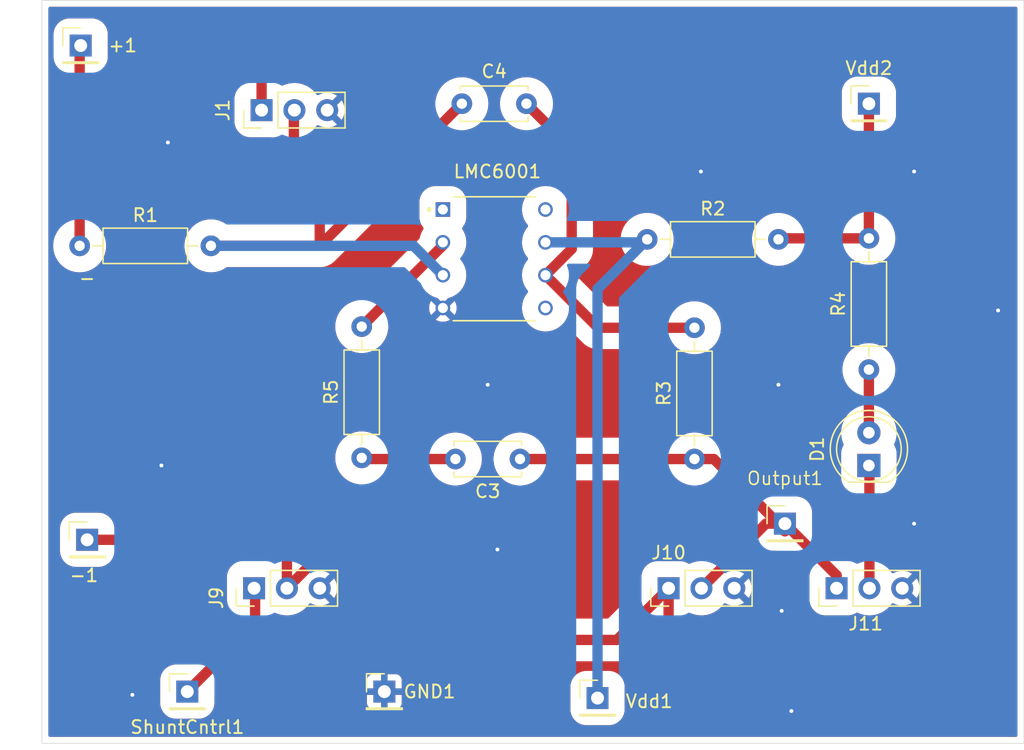
<source format=kicad_pcb>
(kicad_pcb
	(version 20241229)
	(generator "pcbnew")
	(generator_version "9.0")
	(general
		(thickness 1.6)
		(legacy_teardrops no)
	)
	(paper "A4")
	(layers
		(0 "F.Cu" signal)
		(2 "B.Cu" signal)
		(9 "F.Adhes" user "F.Adhesive")
		(11 "B.Adhes" user "B.Adhesive")
		(13 "F.Paste" user)
		(15 "B.Paste" user)
		(5 "F.SilkS" user "F.Silkscreen")
		(7 "B.SilkS" user "B.Silkscreen")
		(1 "F.Mask" user)
		(3 "B.Mask" user)
		(17 "Dwgs.User" user "User.Drawings")
		(19 "Cmts.User" user "User.Comments")
		(21 "Eco1.User" user "User.Eco1")
		(23 "Eco2.User" user "User.Eco2")
		(25 "Edge.Cuts" user)
		(27 "Margin" user)
		(31 "F.CrtYd" user "F.Courtyard")
		(29 "B.CrtYd" user "B.Courtyard")
		(35 "F.Fab" user)
		(33 "B.Fab" user)
		(39 "User.1" user)
		(41 "User.2" user)
		(43 "User.3" user)
		(45 "User.4" user)
	)
	(setup
		(pad_to_mask_clearance 0)
		(allow_soldermask_bridges_in_footprints no)
		(tenting front back)
		(pcbplotparams
			(layerselection 0x00000000_00000000_55555555_57555555)
			(plot_on_all_layers_selection 0x00000000_00000000_00000000_00000000)
			(disableapertmacros no)
			(usegerberextensions no)
			(usegerberattributes yes)
			(usegerberadvancedattributes yes)
			(creategerberjobfile yes)
			(dashed_line_dash_ratio 12.000000)
			(dashed_line_gap_ratio 3.000000)
			(svgprecision 4)
			(plotframeref no)
			(mode 1)
			(useauxorigin no)
			(hpglpennumber 1)
			(hpglpenspeed 20)
			(hpglpendiameter 15.000000)
			(pdf_front_fp_property_popups yes)
			(pdf_back_fp_property_popups yes)
			(pdf_metadata yes)
			(pdf_single_document no)
			(dxfpolygonmode yes)
			(dxfimperialunits yes)
			(dxfusepcbnewfont yes)
			(psnegative no)
			(psa4output no)
			(plot_black_and_white yes)
			(sketchpadsonfab no)
			(plotpadnumbers no)
			(hidednponfab no)
			(sketchdnponfab yes)
			(crossoutdnponfab yes)
			(subtractmaskfromsilk no)
			(outputformat 1)
			(mirror no)
			(drillshape 0)
			(scaleselection 1)
			(outputdirectory "CapacitorCrew_Filter/Gebers/")
		)
	)
	(net 0 "")
	(net 1 "Net-(+1-Pin_1)")
	(net 2 "Net-(U1-OUT)")
	(net 3 "Net-(-1-Pin_1)")
	(net 4 "Net-(J10-Pin_2)")
	(net 5 "Net-(D1-A)")
	(net 6 "Net-(D1-K)")
	(net 7 "Net-(U1-NEG)")
	(net 8 "Net-(J1-Pin_2)")
	(net 9 "Net-(J1-Pin_1)")
	(net 10 "Net-(U1-V+)")
	(net 11 "Net-(Vdd2-Pin_1)")
	(net 12 "GND")
	(footprint "Connector_PinHeader_2.54mm:PinHeader_1x01_P2.54mm_Vertical" (layer "F.Cu") (at 103.5 56.5))
	(footprint "Resistor_THT:R_Axial_DIN0207_L6.3mm_D2.5mm_P10.16mm_Horizontal" (layer "F.Cu") (at 125.25 88.41 90))
	(footprint "MyParts:DIP794W45P254L959H508Q8" (layer "F.Cu") (at 135.5 73))
	(footprint "Connector_PinHeader_2.54mm:PinHeader_1x03_P2.54mm_Vertical" (layer "F.Cu") (at 149 98.5 90))
	(footprint "Resistor_THT:R_Axial_DIN0207_L6.3mm_D2.5mm_P10.16mm_Horizontal" (layer "F.Cu") (at 147.34 71.5))
	(footprint "Resistor_THT:R_Axial_DIN0207_L6.3mm_D2.5mm_P10.16mm_Horizontal" (layer "F.Cu") (at 103.42 72))
	(footprint "Resistor_THT:R_Axial_DIN0207_L6.3mm_D2.5mm_P10.16mm_Horizontal" (layer "F.Cu") (at 151 88.5 90))
	(footprint "Capacitor_THT:C_Disc_D5.0mm_W2.5mm_P5.00mm" (layer "F.Cu") (at 137.5 88.5 180))
	(footprint "Connector_PinHeader_2.54mm:PinHeader_1x03_P2.54mm_Vertical" (layer "F.Cu") (at 162 98.5 90))
	(footprint "Connector_PinHeader_2.54mm:PinHeader_1x03_P2.54mm_Vertical" (layer "F.Cu") (at 117.5 61.5 90))
	(footprint "Connector_PinHeader_2.54mm:PinHeader_1x03_P2.54mm_Vertical" (layer "F.Cu") (at 116.92 98.5 90))
	(footprint "Connector_PinHeader_2.54mm:PinHeader_1x01_P2.54mm_Vertical" (layer "F.Cu") (at 104 94.75))
	(footprint "Connector_PinHeader_2.54mm:PinHeader_1x01_P2.54mm_Vertical" (layer "F.Cu") (at 164.5 61))
	(footprint "Connector_PinHeader_2.54mm:PinHeader_1x01_P2.54mm_Vertical" (layer "F.Cu") (at 111.75 106.5))
	(footprint "Capacitor_THT:C_Disc_D5.0mm_W2.5mm_P5.00mm" (layer "F.Cu") (at 133 61))
	(footprint "Connector_PinHeader_2.54mm:PinHeader_1x01_P2.54mm_Vertical" (layer "F.Cu") (at 127 106.5))
	(footprint "LED_THT:LED_D5.0mm" (layer "F.Cu") (at 164.5 89 90))
	(footprint "Resistor_THT:R_Axial_DIN0207_L6.3mm_D2.5mm_P10.16mm_Horizontal" (layer "F.Cu") (at 164.5 81.58 90))
	(footprint "Connector_PinHeader_2.54mm:PinHeader_1x01_P2.54mm_Vertical" (layer "F.Cu") (at 158 93.5))
	(footprint "Connector_PinHeader_2.54mm:PinHeader_1x01_P2.54mm_Vertical" (layer "F.Cu") (at 143.5 107))
	(gr_rect
		(start 100.5 53)
		(end 176.5 110.5)
		(stroke
			(width 0.05)
			(type default)
		)
		(fill no)
		(layer "Edge.Cuts")
		(uuid "9c367067-8fbe-4dc3-99f0-693e4cfa2a81")
	)
	(gr_text "-"
		(at 104 74.5 0)
		(layer "F.SilkS")
		(uuid "bceb2b20-a57c-4897-a812-bd242b13e4af")
		(effects
			(font
				(size 1 1)
				(thickness 0.15)
			)
		)
	)
	(segment
		(start 103.42 72)
		(end 103.42 56.58)
		(width 0.8)
		(layer "F.Cu")
		(net 1)
		(uuid "5befb0b8-6b97-40b4-8318-2b0ebdc92af1")
	)
	(segment
		(start 103.42 56.58)
		(end 103.5 56.5)
		(width 0.8)
		(layer "F.Cu")
		(net 1)
		(uuid "89a45744-ebd7-49fd-a0be-359622f18ef0")
	)
	(segment
		(start 141.5 64.5)
		(end 141.5 72.24)
		(width 0.8)
		(layer "F.Cu")
		(net 2)
		(uuid "27b8e4c3-d8c2-4535-85b8-bf87a0b2b850")
	)
	(segment
		(start 138 61)
		(end 141.5 64.5)
		(width 0.8)
		(layer "F.Cu")
		(net 2)
		(uuid "4da48cd3-d839-471d-be85-2a340f0cc2fe")
	)
	(segment
		(start 141.5 72.24)
		(end 139.47 74.27)
		(width 0.8)
		(layer "F.Cu")
		(net 2)
		(uuid "c8a74594-98fe-4d3b-92ea-bdc51156e1c2")
	)
	(segment
		(start 143.54 78.34)
		(end 139.47 74.27)
		(width 0.8)
		(layer "F.Cu")
		(net 2)
		(uuid "d0e21bfa-ac74-455d-8af4-dc13aeb720da")
	)
	(segment
		(start 151 78.34)
		(end 143.54 78.34)
		(width 0.8)
		(layer "F.Cu")
		(net 2)
		(uuid "fc99dcab-d474-4a12-9a4c-f7de20cb4a1b")
	)
	(segment
		(start 119.46 98.5)
		(end 129.46 88.5)
		(width 0.8)
		(layer "F.Cu")
		(net 3)
		(uuid "108aa37f-3e6d-48fb-b391-025b99b643ab")
	)
	(segment
		(start 125.96 88.5)
		(end 129.46 88.5)
		(width 0.8)
		(layer "F.Cu")
		(net 3)
		(uuid "57fb1a05-a847-4c32-9da5-a9b15f00f2b6")
	)
	(segment
		(start 119.46 94.75)
		(end 104 94.75)
		(width 0.8)
		(layer "F.Cu")
		(net 3)
		(uuid "5c363453-db62-4585-a060-67061d6b3038")
	)
	(segment
		(start 129.46 88.5)
		(end 132.5 88.5)
		(width 0.8)
		(layer "F.Cu")
		(net 3)
		(uuid "6599a252-9f59-41a8-b857-b6eab2d28801")
	)
	(segment
		(start 132.375 88.375)
		(end 132.5 88.5)
		(width 0.8)
		(layer "F.Cu")
		(net 3)
		(uuid "7389be49-0dd7-4efc-82fe-db3b5e71463b")
	)
	(segment
		(start 119.46 98.5)
		(end 119.46 94.75)
		(width 0.8)
		(layer "F.Cu")
		(net 3)
		(uuid "77929039-f18e-4fc7-8bea-5993c85a5283")
	)
	(segment
		(start 132.5 88.5)
		(end 132.488499 88.488499)
		(width 0.8)
		(layer "F.Cu")
		(net 3)
		(uuid "fd87fdf3-41ae-4380-80ba-24b9583c6b75")
	)
	(segment
		(start 162 97.5)
		(end 158 93.5)
		(width 0.8)
		(layer "F.Cu")
		(net 4)
		(uuid "089d7101-8686-49b9-83c0-32ac52f78973")
	)
	(segment
		(start 152.5 88.5)
		(end 151 88.5)
		(width 0.8)
		(layer "F.Cu")
		(net 4)
		(uuid "3c48d643-966f-44aa-a7cc-8085be6a7142")
	)
	(segment
		(start 158 93.5625)
		(end 158 93.5)
		(width 0.8)
		(layer "F.Cu")
		(net 4)
		(uuid "55a159f0-c927-47ff-aefa-558bf344846d")
	)
	(segment
		(start 162 98.5)
		(end 162 97.5)
		(width 0.8)
		(layer "F.Cu")
		(net 4)
		(uuid "592babdd-d6a0-4415-890e-d4488bb2889a")
	)
	(segment
		(start 156.54 93.5)
		(end 158 93.5)
		(width 0.8)
		(layer "F.Cu")
		(net 4)
		(uuid "6ff54f97-d8ec-4564-84f3-8da5eb25972e")
	)
	(segment
		(start 151.54 98.5)
		(end 156.54 93.5)
		(width 0.8)
		(layer "F.Cu")
		(net 4)
		(uuid "88b725b4-47d8-493c-a360-2c2098fe67a3")
	)
	(segment
		(start 137.5 88.5)
		(end 151 88.5)
		(width 0.8)
		(layer "F.Cu")
		(net 4)
		(uuid "c5df4d78-12ae-4a0c-ad3f-bfe9cbbf3e73")
	)
	(segment
		(start 158 93.5)
		(end 157.5 93.5)
		(width 0.8)
		(layer "F.Cu")
		(net 4)
		(uuid "df46539c-3d77-4576-89d1-121eef55baa3")
	)
	(segment
		(start 157.5 93.5)
		(end 152.5 88.5)
		(width 0.8)
		(layer "F.Cu")
		(net 4)
		(uuid "df77b023-6a44-4f22-8792-ad84d7d1c712")
	)
	(segment
		(start 158 93.5)
		(end 158 94.1)
		(width 0.8)
		(layer "F.Cu")
		(net 4)
		(uuid "f5e2a41b-8bc0-42c6-a07f-183764818a45")
	)
	(segment
		(start 164.5 81.58)
		(end 164.5 86.46)
		(width 0.8)
		(layer "F.Cu")
		(net 5)
		(uuid "b5cbce5c-fc43-43b5-a27e-ec8829e01de2")
	)
	(segment
		(start 164.5 89)
		(end 164.5 89.5)
		(width 0.8)
		(layer "F.Cu")
		(net 6)
		(uuid "2b4fa112-37db-4134-8941-59dbcaeb40b8")
	)
	(segment
		(start 164.5 89.5)
		(end 164.54 89.54)
		(width 0.8)
		(layer "F.Cu")
		(net 6)
		(uuid "942bc828-001e-4269-a6ae-00b811a8c8fe")
	)
	(segment
		(start 164.54 89.54)
		(end 164.54 98.5)
		(width 0.8)
		(layer "F.Cu")
		(net 6)
		(uuid "a6355221-6295-4bac-b72c-07478cf74310")
	)
	(segment
		(start 125.25 78.25)
		(end 131.53 71.97)
		(width 0.8)
		(layer "F.Cu")
		(net 7)
		(uuid "50596064-a79d-4a36-8e10-662778751e11")
	)
	(segment
		(start 131.53 71.97)
		(end 131.53 71.73)
		(width 0.8)
		(layer "F.Cu")
		(net 7)
		(uuid "5ae85497-87d4-42bd-b83e-577a5780d95a")
	)
	(segment
		(start 122 72)
		(end 113.58 72)
		(width 0.8)
		(layer "F.Cu")
		(net 8)
		(uuid "2f5b368a-72d5-4efb-9d9d-ece1eac07999")
	)
	(segment
		(start 120 65.5)
		(end 122 67.5)
		(width 0.8)
		(layer "F.Cu")
		(net 8)
		(uuid "42115d45-509c-4463-bd28-628742efc9b2")
	)
	(segment
		(start 133 61)
		(end 122 72)
		(width 0.8)
		(layer "F.Cu")
		(net 8)
		(uuid "7ea10f63-6963-4e1f-9836-4f0a6422095a")
	)
	(segment
		(start 120.04 61.5)
		(end 120 61.54)
		(width 0.8)
		(layer "F.Cu")
		(net 8)
		(uuid "913b7c9a-3906-40a6-9ec0-9f1b89c896a5")
	)
	(segment
		(start 122 67.5)
		(end 122 72)
		(width 0.8)
		(layer "F.Cu")
		(net 8)
		(uuid "c16f1d05-50fe-4c94-96f8-156d4520bf70")
	)
	(segment
		(start 120 61.54)
		(end 120 65.5)
		(width 0.8)
		(layer "F.Cu")
		(net 8)
		(uuid "f115ba0d-3960-4852-8493-94ab321e733f")
	)
	(segment
		(start 129.26 72)
		(end 113.58 72)
		(width 0.8)
		(layer "B.Cu")
		(net 8)
		(uuid "124de405-7b6b-427c-9574-e4c5c5e87d96")
	)
	(segment
		(start 131.53 74.27)
		(end 129.26 72)
		(width 0.8)
		(layer "B.Cu")
		(net 8)
		(uuid "b06ccde0-311b-4028-a5df-49b036d48962")
	)
	(segment
		(start 145 102.5)
		(end 117 102.5)
		(width 0.8)
		(layer "F.Cu")
		(net 9)
		(uuid "0673c431-bc0b-44e5-b455-5cf4e93008b6")
	)
	(segment
		(start 170.75 104.25)
		(end 149.25 104.25)
		(width 0.8)
		(layer "F.Cu")
		(net 9)
		(uuid "0b678f18-6f5b-4ed7-aabf-e7104666ec28")
	)
	(segment
		(start 117 102.5)
		(end 117 98.58)
		(width 0.8)
		(layer "F.Cu")
		(net 9)
		(uuid "23780cf0-8b19-4b40-ade1-03c2192017c3")
	)
	(segment
		(start 149 104)
		(end 149 98.5)
		(width 0.8)
		(layer "F.Cu")
		(net 9)
		(uuid "25b61a4d-7de0-41be-bfcf-74cefcb61af9")
	)
	(segment
		(start 117 98.58)
		(end 116.92 98.5)
		(width 0.8)
		(layer "F.Cu")
		(net 9)
		(uuid "351df4b3-e6d2-46f6-bb75-db0ad1cd35a5")
	)
	(segment
		(start 117 102.5)
		(end 115.75 102.5)
		(width 0.8)
		(layer "F.Cu")
		(net 9)
		(uuid "3c0bcdfa-a2c4-49dc-baac-962b3592a549")
	)
	(segment
		(start 117.5 55.75)
		(end 172 55.75)
		(width 0.8)
		(layer "F.Cu")
		(net 9)
		(uuid "3dae08cf-43c0-4c0d-84c9-9fc511ea4e5b")
	)
	(segment
		(start 115.75 102.5)
		(end 111.75 106.5)
		(width 0.8)
		(layer "F.Cu")
		(net 9)
		(uuid "431e23c4-0495-4ee1-9fdd-1b36571c0f85")
	)
	(segment
		(start 149 98.5)
		(end 145 102.5)
		(width 0.8)
		(layer "F.Cu")
		(net 9)
		(uuid "6ba85271-6ee7-45ee-aefd-6a1185effd7d")
	)
	(segment
		(start 172 103)
		(end 170.75 104.25)
		(width 0.8)
		(layer "F.Cu")
		(net 9)
		(uuid "6cd805ee-52ff-4773-9bb8-cdc397d35e4c")
	)
	(segment
		(start 117.5 61.5)
		(end 117.5 55.75)
		(width 0.8)
		(layer "F.Cu")
		(net 9)
		(uuid "d1fc4765-e59a-492e-852f-72b179799c6f")
	)
	(segment
		(start 149.25 104.25)
		(end 149 104)
		(width 0.8)
		(layer "F.Cu")
		(net 9)
		(uuid "e393e660-ade5-4dd2-94aa-3541adb4a1d7")
	)
	(segment
		(start 172 55.75)
		(end 172 103)
		(width 0.8)
		(layer "F.Cu")
		(net 9)
		(uuid "ffa31877-b540-46ca-9528-7ab1af3208e9")
	)
	(segment
		(start 143.5 75.34)
		(end 143.5 107)
		(width 0.8)
		(layer "B.Cu")
		(net 10)
		(uuid "42739837-f0d1-4706-b124-49da3f1d7132")
	)
	(segment
		(start 147.11 71.73)
		(end 147.34 71.5)
		(width 0.8)
		(layer "B.Cu")
		(net 10)
		(uuid "538deb34-9ada-4817-88b6-68692ccf7898")
	)
	(segment
		(start 139.47 71.73)
		(end 147.11 71.73)
		(width 0.8)
		(layer "B.Cu")
		(net 10)
		(uuid "5898b5c1-2d06-404d-ad96-327e598a443f")
	)
	(segment
		(start 147.34 71.5)
		(end 143.5 75.34)
		(width 0.8)
		(layer "B.Cu")
		(net 10)
		(uuid "72605cb5-7110-42f9-b62a-ef9188dc6229")
	)
	(segment
		(start 164.42 71.5)
		(end 164.5 71.42)
		(width 0.8)
		(layer "F.Cu")
		(net 11)
		(uuid "2386e382-5028-4ad6-8924-a18a1e469b8e")
	)
	(segment
		(start 164.5 71.42)
		(end 157.58 71.42)
		(width 0.8)
		(layer "F.Cu")
		(net 11)
		(uuid "8c6f25ec-353c-4215-8690-00f990ecd380")
	)
	(segment
		(start 164.5 61)
		(end 164.5 71.42)
		(width 0.8)
		(layer "F.Cu")
		(net 11)
		(uuid "9d788650-5049-4ffe-8ebf-7c8a2584daa8")
	)
	(segment
		(start 157.58 71.42)
		(end 157.5 71.5)
		(width 0.8)
		(layer "F.Cu")
		(net 11)
		(uuid "b515fe60-5000-46da-ade7-ab8c6d056655")
	)
	(via
		(at 135.75 95.5)
		(size 0.6)
		(drill 0.3)
		(layers "F.Cu" "B.Cu")
		(free yes)
		(net 12)
		(uuid "17fc4ca3-5428-46cf-8257-1dc9d7febf50")
	)
	(via
		(at 174.5 77)
		(size 0.6)
		(drill 0.3)
		(layers "F.Cu" "B.Cu")
		(free yes)
		(net 12)
		(uuid "190bf9d3-e7ff-4ff7-8add-a02b9ea64c9e")
	)
	(via
		(at 135 82.75)
		(size 0.6)
		(drill 0.3)
		(layers "F.Cu" "B.Cu")
		(free yes)
		(net 12)
		(uuid "248b61c6-61f6-4f4b-a5af-736fad2875aa")
	)
	(via
		(at 157.5 82.75)
		(size 0.6)
		(drill 0.3)
		(layers "F.Cu" "B.Cu")
		(free yes)
		(net 12)
		(uuid "4d6609cf-5acc-4628-94a2-910fe74b54dc")
	)
	(via
		(at 168 93.5)
		(size 0.6)
		(drill 0.3)
		(layers "F.Cu" "B.Cu")
		(free yes)
		(net 12)
		(uuid "60c48ef7-8c2a-4359-be81-e3212f33fdeb")
	)
	(via
		(at 110.25 64)
		(size 0.6)
		(drill 0.3)
		(layers "F.Cu" "B.Cu")
		(free yes)
		(net 12)
		(uuid "76f3156f-6c8f-4893-91a4-40f0dfa0ca51")
	)
	(via
		(at 158.5 108)
		(size 0.6)
		(drill 0.3)
		(layers "F.Cu" "B.Cu")
		(free yes)
		(net 12)
		(uuid "7ab3d4ac-730e-48bb-b962-ccee82ae7b4d")
	)
	(via
		(at 109.75 89)
		(size 0.6)
		(drill 0.3)
		(layers "F.Cu" "B.Cu")
		(free yes)
		(net 12)
		(uuid "81fc2461-4c8e-49e5-8bd2-0a61d0afbe31")
	)
	(via
		(at 107.5 106.75)
		(size 0.6)
		(drill 0.3)
		(layers "F.Cu" "B.Cu")
		(free yes)
		(net 12)
		(uuid "ae4acd8c-1eaf-4ead-8a64-3a6e58eec481")
	)
	(via
		(at 151.5 66.25)
		(size 0.6)
		(drill 0.3)
		(layers "F.Cu" "B.Cu")
		(free yes)
		(net 12)
		(uuid "b110178f-8a79-40ea-8ff9-cf7808da0e49")
	)
	(via
		(at 168 66.25)
		(size 0.6)
		(drill 0.3)
		(layers "F.Cu" "B.Cu")
		(free yes)
		(net 12)
		(uuid "bd7a685a-1099-4ffd-865d-8b66b64477b5")
	)
	(via
		(at 157.75 100.25)
		(size 0.6)
		(drill 0.3)
		(layers "F.Cu" "B.Cu")
		(free yes)
		(net 12)
		(uuid "d58b832b-7ea2-46dd-989c-c9f5c2e140a6")
	)
	(zone
		(net 12)
		(net_name "GND")
		(layer "F.Cu")
		(uuid "205e05c1-debe-4cad-8a96-0b51f11b6348")
		(hatch edge 0.5)
		(connect_pads
			(clearance 1.25)
		)
		(min_thickness 0.25)
		(filled_areas_thickness no)
		(fill yes
			(thermal_gap 0.5)
			(thermal_bridge_width 0.5)
		)
		(polygon
			(pts
				(xy 101 53.5) (xy 176 53.5) (xy 176 110) (xy 101 110)
			)
		)
		(filled_polygon
			(layer "F.Cu")
			(pts
				(xy 175.942539 53.520185) (xy 175.988294 53.572989) (xy 175.9995 53.6245) (xy 175.9995 109.8755)
				(xy 175.979815 109.942539) (xy 175.927011 109.988294) (xy 175.8755 109.9995) (xy 101.1245 109.9995)
				(xy 101.057461 109.979815) (xy 101.011706 109.927011) (xy 101.0005 109.8755) (xy 101.0005 93.835777)
				(xy 101.8995 93.835777) (xy 101.8995 95.664208) (xy 101.899501 95.664223) (xy 101.909904 95.796413)
				(xy 101.909905 95.79642) (xy 101.964902 96.014678) (xy 101.964903 96.014681) (xy 102.057991 96.219622)
				(xy 102.057997 96.219632) (xy 102.186174 96.404645) (xy 102.186178 96.40465) (xy 102.186181 96.404654)
				(xy 102.345346 96.563819) (xy 102.34535 96.563822) (xy 102.345354 96.563825) (xy 102.44286 96.631377)
				(xy 102.530374 96.692007) (xy 102.735317 96.785096) (xy 102.735321 96.785097) (xy 102.953579 96.840094)
				(xy 102.953581 96.840094) (xy 102.953588 96.840096) (xy 103.085783 96.8505) (xy 104.914216 96.850499)
				(xy 105.046412 96.840096) (xy 105.264683 96.785096) (xy 105.469626 96.692007) (xy 105.654654 96.563819)
				(xy 105.781655 96.436818) (xy 105.842978 96.403334) (xy 105.869336 96.4005) (xy 115.280977 96.4005)
				(xy 115.348016 96.420185) (xy 115.393771 96.472989) (xy 115.403715 96.542147) (xy 115.37469 96.605703)
				(xy 115.351593 96.626428) (xy 115.265354 96.686174) (xy 115.265342 96.686184) (xy 115.106184 96.845342)
				(xy 115.106174 96.845354) (xy 114.977997 97.030367) (xy 114.977991 97.030377) (xy 114.884903 97.235318)
				(xy 114.884902 97.235321) (xy 114.829905 97.453579) (xy 114.829904 97.453586) (xy 114.8195 97.585777)
				(xy 114.8195 99.414208) (xy 114.819501 99.414223) (xy 114.829904 99.546413) (xy 114.829905 99.54642)
				(xy 114.884902 99.764678) (xy 114.884903 99.764681) (xy 114.977991 99.969622) (xy 114.977997 99.969632)
				(xy 115.106174 100.154645) (xy 115.106178 100.15465) (xy 115.106181 100.154654) (xy 115.265346 100.313819)
				(xy 115.296116 100.335136) (xy 115.340012 100.389492) (xy 115.3495 100.437064) (xy 115.3495 100.804599)
				(xy 115.342537 100.82831) (xy 115.33972 100.852868) (xy 115.332864 100.861251) (xy 115.329815 100.871638)
				(xy 115.31114 100.887819) (xy 115.295492 100.906957) (xy 115.28061 100.914273) (xy 115.277011 100.917393)
				(xy 115.263819 100.92253) (xy 115.217582 100.937553) (xy 115.17702 100.950733) (xy 115.156284 100.95747)
				(xy 115.116422 100.970422) (xy 114.884948 101.088365) (xy 114.765034 101.175488) (xy 114.674771 101.241069)
				(xy 114.674769 101.241071) (xy 114.674768 101.241071) (xy 111.552657 104.363181) (xy 111.491334 104.396666)
				(xy 111.464976 104.3995) (xy 110.835791 104.3995) (xy 110.835776 104.399501) (xy 110.703586 104.409904)
				(xy 110.703579 104.409905) (xy 110.485321 104.464902) (xy 110.485318 104.464903) (xy 110.280377 104.557991)
				(xy 110.280367 104.557997) (xy 110.095354 104.686174) (xy 110.095342 104.686184) (xy 109.936184 104.845342)
				(xy 109.936174 104.845354) (xy 109.807997 105.030367) (xy 109.807991 105.030377) (xy 109.714903 105.235318)
				(xy 109.714902 105.235321) (xy 109.659905 105.453579) (xy 109.659904 105.453586) (xy 109.6495 105.585777)
				(xy 109.6495 107.414208) (xy 109.649501 107.414223) (xy 109.659904 107.546413) (xy 109.659905 107.54642)
				(xy 109.714902 107.764678) (xy 109.714903 107.764681) (xy 109.807991 107.969622) (xy 109.807997 107.969632)
				(xy 109.936174 108.154645) (xy 109.936178 108.15465) (xy 109.936181 108.154654) (xy 110.095346 108.313819)
				(xy 110.09535 108.313822) (xy 110.095354 108.313825) (xy 110.234603 108.410297) (xy 110.280374 108.442007)
				(xy 110.485317 108.535096) (xy 110.485321 108.535097) (xy 110.703579 108.590094) (xy 110.703581 108.590094)
				(xy 110.703588 108.590096) (xy 110.835783 108.6005) (xy 112.664216 108.600499) (xy 112.796412 108.590096)
				(xy 113.014683 108.535096) (xy 113.219626 108.442007) (xy 113.404654 108.313819) (xy 113.563819 108.154654)
				(xy 113.692007 107.969626) (xy 113.785096 107.764683) (xy 113.840096 107.546412) (xy 113.8505 107.414217)
				(xy 113.850499 106.78502) (xy 113.859145 106.755574) (xy 113.865667 106.725594) (xy 113.869419 106.72058)
				(xy 113.870183 106.717982) (xy 113.886813 106.697345) (xy 114.982004 105.602155) (xy 125.65 105.602155)
				(xy 125.65 106.25) (xy 126.566988 106.25) (xy 126.534075 106.307007) (xy 126.5 106.434174) (xy 126.5 106.565826)
				(xy 126.534075 106.692993) (xy 126.566988 106.75) (xy 125.65 106.75) (xy 125.65 107.397844) (xy 125.656401 107.457372)
				(xy 125.656403 107.457379) (xy 125.706645 107.592086) (xy 125.706649 107.592093) (xy 125.792809 107.707187)
				(xy 125.792812 107.70719) (xy 125.907906 107.79335) (xy 125.907913 107.793354) (xy 126.04262 107.843596)
				(xy 126.042627 107.843598) (xy 126.102155 107.849999) (xy 126.102172 107.85) (xy 126.75 107.85)
				(xy 126.75 106.933012) (xy 126.807007 106.965925) (xy 126.934174 107) (xy 127.065826 107) (xy 127.192993 106.965925)
				(xy 127.25 106.933012) (xy 127.25 107.85) (xy 127.897828 107.85) (xy 127.897844 107.849999) (xy 127.957372 107.843598)
				(xy 127.957379 107.843596) (xy 128.092086 107.793354) (xy 128.092093 107.79335) (xy 128.207187 107.70719)
				(xy 128.20719 107.707187) (xy 128.29335 107.592093) (xy 128.293354 107.592086) (xy 128.343596 107.457379)
				(xy 128.343598 107.457372) (xy 128.349999 107.397844) (xy 128.35 107.397827) (xy 128.35 106.75)
				(xy 127.433012 106.75) (xy 127.465925 106.692993) (xy 127.5 106.565826) (xy 127.5 106.434174) (xy 127.465925 106.307007)
				(xy 127.433012 106.25) (xy 128.35 106.25) (xy 128.35 106.085777) (xy 141.3995 106.085777) (xy 141.3995 107.914208)
				(xy 141.399501 107.914223) (xy 141.409904 108.046413) (xy 141.409905 108.04642) (xy 141.464902 108.264678)
				(xy 141.464903 108.264681) (xy 141.557991 108.469622) (xy 141.557997 108.469632) (xy 141.686174 108.654645)
				(xy 141.686178 108.65465) (xy 141.686181 108.654654) (xy 141.845346 108.813819) (xy 141.84535 108.813822)
				(xy 141.845354 108.813825) (xy 141.984603 108.910297) (xy 142.030374 108.942007) (xy 142.235317 109.035096)
				(xy 142.235321 109.035097) (xy 142.453579 109.090094) (xy 142.453581 109.090094) (xy 142.453588 109.090096)
				(xy 142.585783 109.1005) (xy 144.414216 109.100499) (xy 144.546412 109.090096) (xy 144.764683 109.035096)
				(xy 144.969626 108.942007) (xy 145.154654 108.813819) (xy 145.313819 108.654654) (xy 145.442007 108.469626)
				(xy 145.535096 108.264683) (xy 145.590096 108.046412) (xy 145.6005 107.914217) (xy 145.600499 106.085784)
				(xy 145.590096 105.953588) (xy 145.566478 105.85986) (xy 145.535097 105.735321) (xy 145.535096 105.735318)
				(xy 145.501627 105.661634) (xy 145.442007 105.530374) (xy 145.410297 105.484603) (xy 145.313825 105.345354)
				(xy 145.313822 105.34535) (xy 145.313819 105.345346) (xy 145.154654 105.186181) (xy 145.15465 105.186178)
				(xy 145.154645 105.186174) (xy 144.969632 105.057997) (xy 144.96963 105.057995) (xy 144.969626 105.057993)
				(xy 144.764683 104.964904) (xy 144.764681 104.964903) (xy 144.764678 104.964902) (xy 144.54642 104.909905)
				(xy 144.546413 104.909904) (xy 144.502347 104.906436) (xy 144.414217 104.8995) (xy 144.414215 104.8995)
				(xy 142.585791 104.8995) (xy 142.585776 104.899501) (xy 142.453586 104.909904) (xy 142.453579 104.909905)
				(xy 142.235321 104.964902) (xy 142.235318 104.964903) (xy 142.030377 105.057991) (xy 142.030367 105.057997)
				(xy 141.845354 105.186174) (xy 141.845342 105.186184) (xy 141.686184 105.345342) (xy 141.686174 105.345354)
				(xy 141.557997 105.530367) (xy 141.557991 105.530377) (xy 141.464903 105.735318) (xy 141.464902 105.735321)
				(xy 141.409905 105.953579) (xy 141.409904 105.953586) (xy 141.3995 106.085777) (xy 128.35 106.085777)
				(xy 128.35 105.602172) (xy 128.349999 105.602155) (xy 128.343598 105.542627) (xy 128.343596 105.54262)
				(xy 128.293354 105.407913) (xy 128.29335 105.407906) (xy 128.20719 105.292812) (xy 128.207187 105.292809)
				(xy 128.092093 105.206649) (xy 128.092086 105.206645) (xy 127.957379 105.156403) (xy 127.957372 105.156401)
				(xy 127.897844 105.15) (xy 127.25 105.15) (xy 127.25 106.066988) (xy 127.192993 106.034075) (xy 127.065826 106)
				(xy 126.934174 106) (xy 126.807007 106.034075) (xy 126.75 106.066988) (xy 126.75 105.15) (xy 126.102155 105.15)
				(xy 126.042627 105.156401) (xy 126.04262 105.156403) (xy 125.907913 105.206645) (xy 125.907906 105.206649)
				(xy 125.792812 105.292809) (xy 125.792809 105.292812) (xy 125.706649 105.407906) (xy 125.706645 105.407913)
				(xy 125.656403 105.54262) (xy 125.656401 105.542627) (xy 125.65 105.602155) (xy 114.982004 105.602155)
				(xy 116.397341 104.186819) (xy 116.458664 104.153334) (xy 116.485022 104.1505) (xy 145.129902 104.1505)
				(xy 145.27245 104.127922) (xy 145.386493 104.10986) (xy 145.533398 104.062126) (xy 145.572977 104.049267)
				(xy 145.572978 104.049267) (xy 145.61606 104.035268) (xy 145.633573 104.029579) (xy 145.865051 103.911635)
				(xy 146.075229 103.758931) (xy 147.137819 102.696341) (xy 147.199142 102.662856) (xy 147.268834 102.66784)
				(xy 147.324767 102.709712) (xy 147.349184 102.775176) (xy 147.3495 102.784022) (xy 147.3495 104.129902)
				(xy 147.390139 104.38649) (xy 147.436632 104.52958) (xy 147.470418 104.633567) (xy 147.47042 104.633573)
				(xy 147.578323 104.845342) (xy 147.588365 104.865051) (xy 147.741069 105.075229) (xy 147.991068 105.325228)
				(xy 147.991069 105.325229) (xy 148.174771 105.508931) (xy 148.384949 105.661634) (xy 148.529559 105.735317)
				(xy 148.616423 105.779577) (xy 148.616425 105.779577) (xy 148.616428 105.779579) (xy 148.863507 105.85986)
				(xy 148.995706 105.880797) (xy 149.120098 105.9005) (xy 149.120103 105.9005) (xy 170.879902 105.9005)
				(xy 171.02245 105.877922) (xy 171.136493 105.85986) (xy 171.283398 105.812126) (xy 171.322977 105.799267)
				(xy 171.322978 105.799267) (xy 171.36606 105.785268) (xy 171.383573 105.779579) (xy 171.615051 105.661635)
				(xy 171.825229 105.508931) (xy 173.258931 104.075229) (xy 173.411635 103.865051) (xy 173.529579 103.633573)
				(xy 173.549266 103.572979) (xy 173.60986 103.386493) (xy 173.632027 103.246531) (xy 173.6505 103.129902)
				(xy 173.6505 55.620097) (xy 173.624126 55.453579) (xy 173.60986 55.363507) (xy 173.529579 55.116428)
				(xy 173.529577 55.116425) (xy 173.529577 55.116423) (xy 173.485729 55.030367) (xy 173.411634 54.884949)
				(xy 173.258931 54.674771) (xy 173.075229 54.491069) (xy 172.865051 54.338366) (xy 172.792764 54.301534)
				(xy 172.633576 54.220422) (xy 172.386493 54.14014) (xy 172.129902 54.0995) (xy 172.129897 54.0995)
				(xy 117.629897 54.0995) (xy 117.370103 54.0995) (xy 117.370098 54.0995) (xy 117.113506 54.14014)
				(xy 116.866423 54.220422) (xy 116.634945 54.338368) (xy 116.424774 54.491066) (xy 116.424768 54.491071)
				(xy 116.241071 54.674768) (xy 116.241066 54.674774) (xy 116.088368 54.884945) (xy 115.970422 55.116423)
				(xy 115.89014 55.363506) (xy 115.8495 55.620097) (xy 115.8495 59.630664) (xy 115.829815 59.697703)
				(xy 115.813182 59.718345) (xy 115.686179 59.845348) (xy 115.686174 59.845354) (xy 115.557997 60.030367)
				(xy 115.557991 60.030377) (xy 115.464903 60.235318) (xy 115.464902 60.235321) (xy 115.409905 60.453579)
				(xy 115.409904 60.453586) (xy 115.3995 60.585777) (xy 115.3995 62.414208) (xy 115.399501 62.414223)
				(xy 115.409904 62.546413) (xy 115.409905 62.54642) (xy 115.464902 62.764678) (xy 115.464903 62.764681)
				(xy 115.557991 62.969622) (xy 115.557997 62.969632) (xy 115.686174 63.154645) (xy 115.686178 63.15465)
				(xy 115.686181 63.154654) (xy 115.845346 63.313819) (xy 115.84535 63.313822) (xy 115.845354 63.313825)
				(xy 115.984603 63.410297) (xy 116.030374 63.442007) (xy 116.235317 63.535096) (xy 116.235321 63.535097)
				(xy 116.453579 63.590094) (xy 116.453581 63.590094) (xy 116.453588 63.590096) (xy 116.585783 63.6005)
				(xy 118.2255 63.600499) (xy 118.292539 63.620184) (xy 118.338294 63.672987) (xy 118.3495 63.724499)
				(xy 118.3495 65.629902) (xy 118.390139 65.886493) (xy 118.41741 65.97042) (xy 118.41741 65.970421)
				(xy 118.470419 66.13357) (xy 118.47042 66.133573) (xy 118.588365 66.365051) (xy 118.741069 66.575229)
				(xy 118.741071 66.575231) (xy 120.313181 68.147341) (xy 120.346666 68.208664) (xy 120.3495 68.235022)
				(xy 120.3495 70.2255) (xy 120.329815 70.292539) (xy 120.277011 70.338294) (xy 120.2255 70.3495)
				(xy 114.839434 70.3495) (xy 114.772395 70.329815) (xy 114.763948 70.323876) (xy 114.721645 70.291416)
				(xy 114.721644 70.291415) (xy 114.721641 70.291413) (xy 114.607477 70.2255) (xy 114.488866 70.157019)
				(xy 114.48885 70.157011) (xy 114.240524 70.054152) (xy 114.110708 70.019368) (xy 113.980891 69.984584)
				(xy 113.980885 69.984583) (xy 113.98088 69.984582) (xy 113.714398 69.9495) (xy 113.714397 69.9495)
				(xy 113.445603 69.9495) (xy 113.445602 69.9495) (xy 113.179119 69.984582) (xy 113.179112 69.984583)
				(xy 113.179109 69.984584) (xy 113.141389 69.994691) (xy 112.919475 70.054152) (xy 112.671149 70.157011)
				(xy 112.671133 70.157019) (xy 112.438354 70.291416) (xy 112.225111 70.455042) (xy 112.225104 70.455048)
				(xy 112.035048 70.645104) (xy 112.035042 70.645111) (xy 111.871416 70.858354) (xy 111.737019 71.091133)
				(xy 111.737011 71.091149) (xy 111.634152 71.339475) (xy 111.564585 71.599106) (xy 111.564582 71.599119)
				(xy 111.5295 71.865602) (xy 111.5295 72.134397) (xy 111.564582 72.40088) (xy 111.564583 72.400885)
				(xy 111.564584 72.400891) (xy 111.564585 72.400893) (xy 111.634152 72.660524) (xy 111.737011 72.90885)
				(xy 111.737019 72.908866) (xy 111.789636 73) (xy 111.871413 73.141641) (xy 111.871415 73.141644)
				(xy 111.871416 73.141645) (xy 112.035042 73.354888) (xy 112.035048 73.354895) (xy 112.225104 73.544951)
				(xy 112.22511 73.544956) (xy 112.438359 73.708587) (xy 112.587968 73.794964) (xy 112.671133 73.84298)
				(xy 112.671149 73.842988) (xy 112.826008 73.907132) (xy 112.919474 73.945847) (xy 113.179109 74.015416)
				(xy 113.367319 74.040193) (xy 113.445602 74.0505) (xy 113.445603 74.0505) (xy 113.714398 74.0505)
				(xy 113.774905 74.042534) (xy 113.980891 74.015416) (xy 114.240526 73.945847) (xy 114.427457 73.868417)
				(xy 114.48885 73.842988) (xy 114.488853 73.842986) (xy 114.488859 73.842984) (xy 114.721641 73.708587)
				(xy 114.763948 73.676124) (xy 114.829117 73.65093) (xy 114.839434 73.6505) (xy 122.129902 73.6505)
				(xy 122.254293 73.630797) (xy 122.386493 73.60986) (xy 122.586247 73.544956) (xy 122.586248 73.544956)
				(xy 122.633567 73.529581) (xy 122.633573 73.529579) (xy 122.661373 73.515414) (xy 122.865051 73.411635)
				(xy 123.075229 73.258931) (xy 133.276527 63.057631) (xy 133.337848 63.024148) (xy 133.347979 63.022381)
				(xy 133.400891 63.015416) (xy 133.660526 62.945847) (xy 133.891921 62.85) (xy 133.90885 62.842988)
				(xy 133.908853 62.842986) (xy 133.908859 62.842984) (xy 134.141641 62.708587) (xy 134.35489 62.544956)
				(xy 134.544956 62.35489) (xy 134.708587 62.141641) (xy 134.842984 61.908859) (xy 134.945847 61.660526)
				(xy 135.015416 61.400891) (xy 135.0505 61.134397) (xy 135.0505 60.865603) (xy 135.0505 60.865602)
				(xy 135.9495 60.865602) (xy 135.9495 61.134397) (xy 135.984582 61.40088) (xy 135.984583 61.400885)
				(xy 135.984584 61.400891) (xy 135.984585 61.400893) (xy 136.054152 61.660524) (xy 136.157011 61.90885)
				(xy 136.157019 61.908866) (xy 136.189963 61.965925) (xy 136.291413 62.141641) (xy 136.291415 62.141644)
				(xy 136.291416 62.141645) (xy 136.455042 62.354888) (xy 136.455048 62.354895) (xy 136.645104 62.544951)
				(xy 136.645111 62.544957) (xy 136.647009 62.546413) (xy 136.858359 62.708587) (xy 136.984915 62.781654)
				(xy 137.091133 62.84298) (xy 137.091149 62.842988) (xy 137.21357 62.893696) (xy 137.339474 62.945847)
				(xy 137.599109 63.015416) (xy 137.651977 63.022375) (xy 137.715872 63.05064) (xy 137.723473 63.057633)
				(xy 139.813181 65.14734) (xy 139.846666 65.208663) (xy 139.8495 65.235021) (xy 139.8495 67.267401)
				(xy 139.829815 67.33444) (xy 139.777011 67.380195) (xy 139.709315 67.39034) (xy 139.589004 67.374501)
				(xy 139.588999 67.3745) (xy 139.588994 67.3745) (xy 139.351006 67.3745) (xy 139.350998 67.3745)
				(xy 139.14127 67.402112) (xy 139.115054 67.405564) (xy 139.090501 67.412143) (xy 138.885172 67.46716)
				(xy 138.665308 67.558231) (xy 138.665299 67.558235) (xy 138.459193 67.677231) (xy 138.270391 67.822104)
				(xy 138.270384 67.82211) (xy 138.10211 67.990384) (xy 138.102104 67.990391) (xy 137.957231 68.179193)
				(xy 137.838235 68.385299) (xy 137.838231 68.385308) (xy 137.74716 68.605172) (xy 137.685564 68.835055)
				(xy 137.6545 69.070998) (xy 137.6545 69.309001) (xy 137.672998 69.4495) (xy 137.685564 69.544946)
				(xy 137.712507 69.6455) (xy 137.74716 69.774827) (xy 137.834044 69.984582) (xy 137.838234 69.994698)
				(xy 137.957228 70.200802) (xy 137.95723 70.200805) (xy 137.957231 70.200806) (xy 138.098195 70.384514)
				(xy 138.123389 70.449683) (xy 138.109351 70.518128) (xy 138.098195 70.535486) (xy 137.957231 70.719193)
				(xy 137.838235 70.925299) (xy 137.838231 70.925308) (xy 137.74716 71.145172) (xy 137.709532 71.285603)
				(xy 137.688097 71.365603) (xy 137.685564 71.375055) (xy 137.6545 71.610998) (xy 137.6545 71.849001)
				(xy 137.67866 72.032512) (xy 137.685564 72.084946) (xy 137.705815 72.160524) (xy 137.74716 72.314827)
				(xy 137.838231 72.534691) (xy 137.838235 72.5347) (xy 137.853792 72.561645) (xy 137.957228 72.740802)
				(xy 137.95723 72.740805) (xy 137.957231 72.740806) (xy 138.098195 72.924514) (xy 138.123389 72.989683)
				(xy 138.109351 73.058128) (xy 138.098195 73.075486) (xy 137.957231 73.259193) (xy 137.957228 73.259197)
				(xy 137.957228 73.259198) (xy 137.955042 73.262984) (xy 137.838235 73.465299) (xy 137.838231 73.465308)
				(xy 137.74716 73.685172) (xy 137.685564 73.915055) (xy 137.6545 74.150998) (xy 137.6545 74.389001)
				(xy 137.67866 74.572512) (xy 137.685564 74.624946) (xy 137.716362 74.739885) (xy 137.74716 74.854827)
				(xy 137.838231 75.074691) (xy 137.838234 75.074698) (xy 137.957228 75.280802) (xy 137.95723 75.280805)
				(xy 137.957231 75.280806) (xy 138.098195 75.464514) (xy 138.123389 75.529683) (xy 138.109351 75.598128)
				(xy 138.098195 75.615486) (xy 137.957231 75.799193) (xy 137.838235 76.005299) (xy 137.838231 76.005308)
				(xy 137.74716 76.225172) (xy 137.685564 76.455055) (xy 137.6545 76.690998) (xy 137.6545 76.929001)
				(xy 137.67036 77.049465) (xy 137.685564 77.164946) (xy 137.694516 77.198354) (xy 137.74716 77.394827)
				(xy 137.826157 77.585542) (xy 137.838234 77.614698) (xy 137.957228 77.820802) (xy 137.95723 77.820805)
				(xy 137.957231 77.820806) (xy 138.102104 78.009608) (xy 138.10211 78.009615) (xy 138.270384 78.177889)
				(xy 138.270391 78.177895) (xy 138.306501 78.205603) (xy 138.459198 78.322772) (xy 138.665302 78.441766)
				(xy 138.744081 78.474397) (xy 138.885172 78.532839) (xy 138.885173 78.532839) (xy 138.885175 78.53284)
				(xy 139.115054 78.594436) (xy 139.351006 78.6255) (xy 139.351013 78.6255) (xy 139.588987 78.6255)
				(xy 139.588994 78.6255) (xy 139.824946 78.594436) (xy 140.054825 78.53284) (xy 140.274698 78.441766)
				(xy 140.480802 78.322772) (xy 140.66961 78.177894) (xy 140.768992 78.078511) (xy 140.830313 78.045028)
				(xy 140.900005 78.050012) (xy 140.944353 78.078513) (xy 142.464771 79.598931) (xy 142.674949 79.751635)
				(xy 142.906427 79.869579) (xy 142.912072 79.871413) (xy 143.153507 79.94986) (xy 143.27235 79.968682)
				(xy 143.410098 79.9905) (xy 143.410103 79.9905) (xy 149.740566 79.9905) (xy 149.807605 80.010185)
				(xy 149.816053 80.016124) (xy 149.858359 80.048587) (xy 150.007968 80.134964) (xy 150.091133 80.18298)
				(xy 150.091149 80.182988) (xy 150.192844 80.225111) (xy 150.339474 80.285847) (xy 150.599109 80.355416)
				(xy 150.787319 80.380193) (xy 150.865602 80.3905) (xy 150.865603 80.3905) (xy 151.134398 80.3905)
				(xy 151.194905 80.382534) (xy 151.400891 80.355416) (xy 151.660526 80.285847) (xy 151.877805 80.195847)
				(xy 151.90885 80.182988) (xy 151.908853 80.182986) (xy 151.908859 80.182984) (xy 152.141641 80.048587)
				(xy 152.35489 79.884956) (xy 152.544956 79.69489) (xy 152.708587 79.481641) (xy 152.842984 79.248859)
				(xy 152.945847 79.000526) (xy 153.015416 78.740891) (xy 153.0505 78.474397) (xy 153.0505 78.205603)
				(xy 153.046851 78.177889) (xy 153.038651 78.115602) (xy 153.015416 77.939109) (xy 152.945847 77.679474)
				(xy 152.906939 77.585542) (xy 152.842988 77.431149) (xy 152.84298 77.431133) (xy 152.791018 77.341133)
				(xy 152.708587 77.198359) (xy 152.544956 76.98511) (xy 152.544951 76.985104) (xy 152.354895 76.795048)
				(xy 152.354888 76.795042) (xy 152.141645 76.631416) (xy 152.141644 76.631415) (xy 152.141641 76.631413)
				(xy 152.048832 76.57783) (xy 151.908866 76.497019) (xy 151.90885 76.497011) (xy 151.660524 76.394152)
				(xy 151.530708 76.359368) (xy 151.400891 76.324584) (xy 151.400885 76.324583) (xy 151.40088 76.324582)
				(xy 151.134398 76.2895) (xy 151.134397 76.2895) (xy 150.865603 76.2895) (xy 150.865602 76.2895)
				(xy 150.599119 76.324582) (xy 150.599112 76.324583) (xy 150.599109 76.324584) (xy 150.544239 76.339286)
				(xy 150.339475 76.394152) (xy 150.091149 76.497011) (xy 150.091133 76.497019) (xy 149.858354 76.631416)
				(xy 149.816052 76.663876) (xy 149.750883 76.68907) (xy 149.740566 76.6895) (xy 144.275022 76.6895)
				(xy 144.207983 76.669815) (xy 144.187341 76.653181) (xy 141.89184 74.35768) (xy 141.858355 74.296357)
				(xy 141.863339 74.226665) (xy 141.89184 74.182318) (xy 142.159104 73.915054) (xy 142.56816 73.505998)
				(xy 142.568167 73.505992) (xy 142.575227 73.498932) (xy 142.575229 73.498931) (xy 142.758931 73.315229)
				(xy 142.836411 73.208587) (xy 142.911635 73.105051) (xy 143.029579 72.873572) (xy 143.029581 72.873566)
				(xy 143.042095 72.835052) (xy 143.042095 72.835051) (xy 143.061641 72.774895) (xy 143.10986 72.626493)
				(xy 143.132181 72.485564) (xy 143.150501 72.369897) (xy 143.150501 72.110103) (xy 143.150501 72.105702)
				(xy 143.1505 72.105687) (xy 143.1505 71.365602) (xy 145.2895 71.365602) (xy 145.2895 71.634397)
				(xy 145.324582 71.90088) (xy 145.324583 71.900885) (xy 145.324584 71.900891) (xy 145.324585 71.900893)
				(xy 145.394152 72.160524) (xy 145.497011 72.40885) (xy 145.497019 72.408866) (xy 145.569665 72.534691)
				(xy 145.631413 72.641641) (xy 145.631415 72.641644) (xy 145.631416 72.641645) (xy 145.795042 72.854888)
				(xy 145.795048 72.854895) (xy 145.985104 73.044951) (xy 145.985111 73.044957) (xy 146.110387 73.141084)
				(xy 146.198359 73.208587) (xy 146.347968 73.294964) (xy 146.431133 73.34298) (xy 146.431149 73.342988)
				(xy 146.586008 73.407132) (xy 146.679474 73.445847) (xy 146.939109 73.515416) (xy 147.127319 73.540193)
				(xy 147.205602 73.5505) (xy 147.205603 73.5505) (xy 147.474398 73.5505) (xy 147.534905 73.542534)
				(xy 147.740891 73.515416) (xy 148.000526 73.445847) (xy 148.193663 73.365847) (xy 148.24885 73.342988)
				(xy 148.248853 73.342986) (xy 148.248859 73.342984) (xy 148.481641 73.208587) (xy 148.69489 73.044956)
				(xy 148.884956 72.85489) (xy 149.048587 72.641641) (xy 149.182984 72.408859) (xy 149.186285 72.400891)
				(xy 149.221934 72.314825) (xy 149.285847 72.160526) (xy 149.355416 71.900891) (xy 149.3905 71.634397)
				(xy 149.3905 71.365603) (xy 149.3905 71.365602) (xy 155.4495 71.365602) (xy 155.4495 71.634397)
				(xy 155.484582 71.90088) (xy 155.484583 71.900885) (xy 155.484584 71.900891) (xy 155.484585 71.900893)
				(xy 155.554152 72.160524) (xy 155.657011 72.40885) (xy 155.657019 72.408866) (xy 155.729665 72.534691)
				(xy 155.791413 72.641641) (xy 155.791415 72.641644) (xy 155.791416 72.641645) (xy 155.955042 72.854888)
				(xy 155.955048 72.854895) (xy 156.145104 73.044951) (xy 156.145111 73.044957) (xy 156.270387 73.141084)
				(xy 156.358359 73.208587) (xy 156.507968 73.294964) (xy 156.591133 73.34298) (xy 156.591149 73.342988)
				(xy 156.746008 73.407132) (xy 156.839474 73.445847) (xy 157.099109 73.515416) (xy 157.287319 73.540193)
				(xy 157.365602 73.5505) (xy 157.365603 73.5505) (xy 157.634398 73.5505) (xy 157.694905 73.542534)
				(xy 157.900891 73.515416) (xy 158.160526 73.445847) (xy 158.353663 73.365847) (xy 158.40885 73.342988)
				(xy 158.408853 73.342986) (xy 158.408859 73.342984) (xy 158.641641 73.208587) (xy 158.788206 73.096123)
				(xy 158.853375 73.07093) (xy 158.863692 73.0705) (xy 163.240566 73.0705) (xy 163.307605 73.090185)
				(xy 163.316053 73.096124) (xy 163.358359 73.128587) (xy 163.496911 73.20858) (xy 163.591133 73.26298)
				(xy 163.591149 73.262988) (xy 163.746008 73.327132) (xy 163.839474 73.365847) (xy 164.099109 73.435416)
				(xy 164.287319 73.460193) (xy 164.365602 73.4705) (xy 164.365603 73.4705) (xy 164.634398 73.4705)
				(xy 164.694905 73.462534) (xy 164.900891 73.435416) (xy 165.160526 73.365847) (xy 165.347457 73.288417)
				(xy 165.40885 73.262988) (xy 165.408853 73.262986) (xy 165.408859 73.262984) (xy 165.641641 73.128587)
				(xy 165.85489 72.964956) (xy 166.044956 72.77489) (xy 166.208587 72.561641) (xy 166.342984 72.328859)
				(xy 166.445847 72.080526) (xy 166.515416 71.820891) (xy 166.5505 71.554397) (xy 166.5505 71.285603)
				(xy 166.515416 71.019109) (xy 166.445847 70.759474) (xy 166.389128 70.622542) (xy 166.342988 70.511149)
				(xy 166.34298 70.511133) (xy 166.264167 70.374626) (xy 166.208587 70.278359) (xy 166.208584 70.278355)
				(xy 166.176123 70.23605) (xy 166.15093 70.170881) (xy 166.1505 70.160565) (xy 166.1505 62.869335)
				(xy 166.170185 62.802296) (xy 166.186819 62.781654) (xy 166.217378 62.751095) (xy 166.313819 62.654654)
				(xy 166.442007 62.469626) (xy 166.535096 62.264683) (xy 166.590096 62.046412) (xy 166.6005 61.914217)
				(xy 166.600499 60.085784) (xy 166.590096 59.953588) (xy 166.580971 59.917376) (xy 166.535097 59.735321)
				(xy 166.535096 59.735318) (xy 166.494122 59.645111) (xy 166.442007 59.530374) (xy 166.376237 59.435441)
				(xy 166.313825 59.345354) (xy 166.313822 59.34535) (xy 166.313819 59.345346) (xy 166.154654 59.186181)
				(xy 166.15465 59.186178) (xy 166.154645 59.186174) (xy 165.969632 59.057997) (xy 165.96963 59.057995)
				(xy 165.969626 59.057993) (xy 165.808012 58.984585) (xy 165.764681 58.964903) (xy 165.764678 58.964902)
				(xy 165.54642 58.909905) (xy 165.546413 58.909904) (xy 165.502347 58.906436) (xy 165.414217 58.8995)
				(xy 165.414215 58.8995) (xy 163.585791 58.8995) (xy 163.585776 58.899501) (xy 163.453586 58.909904)
				(xy 163.453579 58.909905) (xy 163.235321 58.964902) (xy 163.235318 58.964903) (xy 163.030377 59.057991)
				(xy 163.030367 59.057997) (xy 162.845354 59.186174) (xy 162.845342 59.186184) (xy 162.686184 59.345342)
				(xy 162.686174 59.345354) (xy 162.557997 59.530367) (xy 162.557991 59.530377) (xy 162.464903 59.735318)
				(xy 162.464902 59.735321) (xy 162.409905 59.953579) (xy 162.409904 59.953586) (xy 162.3995 60.085777)
				(xy 162.3995 61.914208) (xy 162.399501 61.914223) (xy 162.409904 62.046413) (xy 162.409905 62.04642)
				(xy 162.464902 62.264678) (xy 162.464903 62.264681) (xy 162.557991 62.469622) (xy 162.557997 62.469632)
				(xy 162.686174 62.654645) (xy 162.686178 62.65465) (xy 162.686181 62.654654) (xy 162.686184 62.654657)
				(xy 162.813181 62.781654) (xy 162.846666 62.842977) (xy 162.8495 62.869335) (xy 162.8495 69.6455)
				(xy 162.829815 69.712539) (xy 162.777011 69.758294) (xy 162.7255 69.7695) (xy 158.636913 69.7695)
				(xy 158.574913 69.752887) (xy 158.408866 69.657019) (xy 158.40885 69.657011) (xy 158.160524 69.554152)
				(xy 158.030708 69.519368) (xy 157.900891 69.484584) (xy 157.900885 69.484583) (xy 157.90088 69.484582)
				(xy 157.634398 69.4495) (xy 157.634397 69.4495) (xy 157.365603 69.4495) (xy 157.365602 69.4495)
				(xy 157.099119 69.484582) (xy 157.099112 69.484583) (xy 157.099109 69.484584) (xy 157.044239 69.499286)
				(xy 156.839475 69.554152) (xy 156.591149 69.657011) (xy 156.591133 69.657019) (xy 156.358354 69.791416)
				(xy 156.145111 69.955042) (xy 156.145104 69.955048) (xy 155.955048 70.145104) (xy 155.955042 70.145111)
				(xy 155.791416 70.358354) (xy 155.657019 70.591133) (xy 155.657011 70.591149) (xy 155.554152 70.839475)
				(xy 155.484585 71.099106) (xy 155.484582 71.099119) (xy 155.4495 71.365602) (xy 149.3905 71.365602)
				(xy 149.355416 71.099109) (xy 149.285847 70.839474) (xy 149.235449 70.717803) (xy 149.182988 70.591149)
				(xy 149.18298 70.591133) (xy 149.134964 70.507968) (xy 149.048587 70.358359) (xy 148.904731 70.170881)
				(xy 148.884957 70.145111) (xy 148.884951 70.145104) (xy 148.694895 69.955048) (xy 148.694888 69.955042)
				(xy 148.481645 69.791416) (xy 148.481644 69.791415) (xy 148.481641 69.791413) (xy 148.388832 69.73783)
				(xy 148.248866 69.657019) (xy 148.24885 69.657011) (xy 148.000524 69.554152) (xy 147.870708 69.519368)
				(xy 147.740891 69.484584) (xy 147.740885 69.484583) (xy 147.74088 69.484582) (xy 147.474398 69.4495)
				(xy 147.474397 69.4495) (xy 147.205603 69.4495) (xy 147.205602 69.4495) (xy 146.939119 69.484582)
				(xy 146.939112 69.484583) (xy 146.939109 69.484584) (xy 146.884239 69.499286) (xy 146.679475 69.554152)
				(xy 146.431149 69.657011) (xy 146.431133 69.657019) (xy 146.198354 69.791416) (xy 145.985111 69.955042)
				(xy 145.985104 69.955048) (xy 145.795048 70.145104) (xy 145.795042 70.145111) (xy 145.631416 70.358354)
				(xy 145.497019 70.591133) (xy 145.497011 70.591149) (xy 145.394152 70.839475) (xy 145.324585 71.099106)
				(xy 145.324582 71.099119) (xy 145.2895 71.365602) (xy 143.1505 71.365602) (xy 143.1505 64.370097)
				(xy 143.128947 64.234021) (xy 143.10986 64.113507) (xy 143.029579 63.866428) (xy 143.029577 63.866425)
				(xy 143.029577 63.866423) (xy 142.931015 63.672987) (xy 142.911634 63.634949) (xy 142.758931 63.424771)
				(xy 142.758927 63.424767) (xy 142.572133 63.237972) (xy 142.572102 63.237943) (xy 140.057633 60.723473)
				(xy 140.024148 60.66215) (xy 140.022376 60.651979) (xy 140.015416 60.599109) (xy 139.945847 60.339474)
				(xy 139.881134 60.183242) (xy 139.842988 60.091149) (xy 139.84298 60.091133) (xy 139.794964 60.007968)
				(xy 139.708587 59.858359) (xy 139.576471 59.686181) (xy 139.544957 59.645111) (xy 139.544951 59.645104)
				(xy 139.354895 59.455048) (xy 139.354888 59.455042) (xy 139.141645 59.291416) (xy 139.141644 59.291415)
				(xy 139.141641 59.291413) (xy 139.048832 59.23783) (xy 138.908866 59.157019) (xy 138.90885 59.157011)
				(xy 138.660524 59.054152) (xy 138.530708 59.019368) (xy 138.400891 58.984584) (xy 138.400885 58.984583)
				(xy 138.40088 58.984582) (xy 138.134398 58.9495) (xy 138.134397 58.9495) (xy 137.865603 58.9495)
				(xy 137.865602 58.9495) (xy 137.599119 58.984582) (xy 137.599112 58.984583) (xy 137.599109 58.984584)
				(xy 137.544239 58.999286) (xy 137.339475 59.054152) (xy 137.091149 59.157011) (xy 137.091133 59.157019)
				(xy 136.858354 59.291416) (xy 136.645111 59.455042) (xy 136.645104 59.455048) (xy 136.455048 59.645104)
				(xy 136.455042 59.645111) (xy 136.291416 59.858354) (xy 136.157019 60.091133) (xy 136.157011 60.091149)
				(xy 136.054152 60.339475) (xy 135.984585 60.599106) (xy 135.984582 60.599119) (xy 135.9495 60.865602)
				(xy 135.0505 60.865602) (xy 135.015416 60.599109) (xy 134.945847 60.339474) (xy 134.881134 60.183242)
				(xy 134.842988 60.091149) (xy 134.84298 60.091133) (xy 134.794964 60.007968) (xy 134.708587 59.858359)
				(xy 134.576471 59.686181) (xy 134.544957 59.645111) (xy 134.544951 59.645104) (xy 134.354895 59.455048)
				(xy 134.354888 59.455042) (xy 134.141645 59.291416) (xy 134.141644 59.291415) (xy 134.141641 59.291413)
				(xy 134.048832 59.23783) (xy 133.908866 59.157019) (xy 133.90885 59.157011) (xy 133.660524 59.054152)
				(xy 133.530708 59.019368) (xy 133.400891 58.984584) (xy 133.400885 58.984583) (xy 133.40088 58.984582)
				(xy 133.134398 58.9495) (xy 133.134397 58.9495) (xy 132.865603 58.9495) (xy 132.865602 58.9495)
				(xy 132.599119 58.984582) (xy 132.599112 58.984583) (xy 132.599109 58.984584) (xy 132.544239 58.999286)
				(xy 132.339475 59.054152) (xy 132.091149 59.157011) (xy 132.091133 59.157019) (xy 131.858354 59.291416)
				(xy 131.645111 59.455042) (xy 131.645104 59.455048) (xy 131.455048 59.645104) (xy 131.455042 59.645111)
				(xy 131.291416 59.858354) (xy 131.157019 60.091133) (xy 131.157011 60.091149) (xy 131.054152 60.339475)
				(xy 130.984584 60.599109) (xy 130.977623 60.651979) (xy 130.949355 60.715875) (xy 130.942365 60.723473)
				(xy 123.862181 67.803658) (xy 123.800858 67.837143) (xy 123.731166 67.832159) (xy 123.675233 67.790287)
				(xy 123.650816 67.724823) (xy 123.6505 67.715977) (xy 123.6505 67.370097) (xy 123.626857 67.220827)
				(xy 123.60986 67.113507) (xy 123.609859 67.113503) (xy 123.609859 67.113502) (xy 123.531086 66.871066)
				(xy 123.530024 66.8673) (xy 123.411634 66.634948) (xy 123.258931 66.424771) (xy 121.686819 64.852659)
				(xy 121.653334 64.791336) (xy 121.6505 64.764978) (xy 121.6505 62.893696) (xy 121.65694 62.871763)
				(xy 121.658842 62.848983) (xy 121.668875 62.831117) (xy 121.670185 62.826657) (xy 121.676124 62.81821)
				(xy 121.704174 62.781654) (xy 121.758766 62.710507) (xy 121.815194 62.669305) (xy 121.88494 62.66515)
				(xy 121.913437 62.675509) (xy 122.061782 62.751095) (xy 122.26387 62.816757) (xy 122.473754 62.85)
				(xy 122.686246 62.85) (xy 122.896127 62.816757) (xy 122.89613 62.816757) (xy 123.098217 62.751095)
				(xy 123.287554 62.654622) (xy 123.341716 62.61527) (xy 123.341717 62.61527) (xy 122.709409 61.982962)
				(xy 122.772993 61.965925) (xy 122.887007 61.900099) (xy 122.980099 61.807007) (xy 123.045925 61.692993)
				(xy 123.062962 61.629408) (xy 123.69527 62.261717) (xy 123.69527 62.261716) (xy 123.734622 62.207554)
				(xy 123.831095 62.018217) (xy 123.896757 61.81613) (xy 123.896757 61.816127) (xy 123.93 61.606246)
				(xy 123.93 61.393753) (xy 123.896757 61.183872) (xy 123.896757 61.183869) (xy 123.831095 60.981782)
				(xy 123.734624 60.792449) (xy 123.69527 60.738282) (xy 123.695269 60.738282) (xy 123.062962 61.37059)
				(xy 123.045925 61.307007) (xy 122.980099 61.192993) (xy 122.887007 61.099901) (xy 122.772993 61.034075)
				(xy 122.709407 61.017036) (xy 123.341716 60.384728) (xy 123.28755 60.345375) (xy 123.098217 60.248904)
				(xy 122.896129 60.183242) (xy 122.686246 60.15) (xy 122.473754 60.15) (xy 122.263872 60.183242)
				(xy 122.263869 60.183242) (xy 122.061782 60.248904) (xy 121.913437 60.32449) (xy 121.844767 60.337386)
				(xy 121.780027 60.311109) (xy 121.758766 60.289491) (xy 121.622629 60.112073) (xy 121.622623 60.112066)
				(xy 121.427933 59.917376) (xy 121.427926 59.91737) (xy 121.209483 59.749754) (xy 121.209482 59.749753)
				(xy 121.209479 59.749751) (xy 121.094388 59.683303) (xy 120.971028 59.61208) (xy 120.971017 59.612075)
				(xy 120.71663 59.506704) (xy 120.523844 59.455048) (xy 120.450666 59.43544) (xy 120.45066 59.435439)
				(xy 120.450655 59.435438) (xy 120.177684 59.399501) (xy 120.177679 59.3995) (xy 120.177674 59.3995)
				(xy 119.902326 59.3995) (xy 119.90232 59.3995) (xy 119.902315 59.399501) (xy 119.629344 59.435438)
				(xy 119.629337 59.435439) (xy 119.629334 59.43544) (xy 119.556156 59.455048) (xy 119.363367 59.506705)
				(xy 119.363366 59.506705) (xy 119.321952 59.52386) (xy 119.252483 59.531329) (xy 119.190004 59.500053)
				(xy 119.154352 59.439964) (xy 119.1505 59.409299) (xy 119.1505 57.5245) (xy 119.170185 57.457461)
				(xy 119.222989 57.411706) (xy 119.2745 57.4005) (xy 170.2255 57.4005) (xy 170.292539 57.420185)
				(xy 170.338294 57.472989) (xy 170.3495 57.5245) (xy 170.3495 102.264978) (xy 170.329815 102.332017)
				(xy 170.313181 102.352659) (xy 170.102659 102.563181) (xy 170.041336 102.596666) (xy 170.014978 102.5995)
				(xy 150.7745 102.5995) (xy 150.707461 102.579815) (xy 150.661706 102.527011) (xy 150.6505 102.4755)
				(xy 150.6505 100.5907) (xy 150.670185 100.523661) (xy 150.722989 100.477906) (xy 150.792147 100.467962)
				(xy 150.821948 100.476138) (xy 150.863368 100.493295) (xy 151.129334 100.56456) (xy 151.402326 100.6005)
				(xy 151.402333 100.6005) (xy 151.677667 100.6005) (xy 151.677674 100.6005) (xy 151.950666 100.56456)
				(xy 152.216632 100.493295) (xy 152.471021 100.387923) (xy 152.709479 100.250249) (xy 152.927928 100.082628)
				(xy 153.122628 99.887928) (xy 153.258767 99.710507) (xy 153.315193 99.669305) (xy 153.384939 99.66515)
				(xy 153.413437 99.675509) (xy 153.561782 99.751095) (xy 153.76387 99.816757) (xy 153.973754 99.85)
				(xy 154.186246 99.85) (xy 154.396127 99.816757) (xy 154.39613 99.816757) (xy 154.598217 99.751095)
				(xy 154.787554 99.654622) (xy 154.841716 99.61527) (xy 154.841717 99.61527) (xy 154.209409 98.982962)
				(xy 154.272993 98.965925) (xy 154.387007 98.900099) (xy 154.480099 98.807007) (xy 154.545925 98.692993)
				(xy 154.562962 98.629409) (xy 155.19527 99.261717) (xy 155.19527 99.261716) (xy 155.234622 99.207554)
				(xy 155.331095 99.018217) (xy 155.396757 98.81613) (xy 155.396757 98.816127) (xy 155.43 98.606246)
				(xy 155.43 98.393753) (xy 155.396757 98.183872) (xy 155.396757 98.183869) (xy 155.331095 97.981782)
				(xy 155.234624 97.792449) (xy 155.19527 97.738282) (xy 155.195269 97.738282) (xy 154.562962 98.37059)
				(xy 154.545925 98.307007) (xy 154.480099 98.192993) (xy 154.387007 98.099901) (xy 154.315526 98.058632)
				(xy 156.768432 95.605726) (xy 156.829753 95.572243) (xy 156.886409 95.573167) (xy 156.953588 95.590096)
				(xy 157.085783 95.6005) (xy 157.279586 95.600499) (xy 157.335881 95.614014) (xy 157.366428 95.629579)
				(xy 157.613507 95.70986) (xy 157.790896 95.737955) (xy 157.870088 95.750498) (xy 157.870092 95.750498)
				(xy 157.870103 95.7505) (xy 157.870113 95.7505) (xy 157.874674 95.750859) (xy 157.939964 95.775737)
				(xy 157.952637 95.786797) (xy 159.863181 97.697341) (xy 159.896666 97.758664) (xy 159.8995 97.785022)
				(xy 159.8995 99.414208) (xy 159.899501 99.414223) (xy 159.909904 99.546413) (xy 159.909905 99.54642)
				(xy 159.964902 99.764678) (xy 159.964903 99.764681) (xy 160.057991 99.969622) (xy 160.057997 99.969632)
				(xy 160.186174 100.154645) (xy 160.186178 100.15465) (xy 160.186181 100.154654) (xy 160.345346 100.313819)
				(xy 160.345349 100.313821) (xy 160.345354 100.313825) (xy 160.454573 100.389492) (xy 160.530374 100.442007)
				(xy 160.735317 100.535096) (xy 160.735321 100.535097) (xy 160.953579 100.590094) (xy 160.953581 100.590094)
				(xy 160.953588 100.590096) (xy 161.085783 100.6005) (xy 162.914216 100.600499) (xy 163.046412 100.590096)
				(xy 163.264683 100.535096) (xy 163.469626 100.442007) (xy 163.515034 100.410547) (xy 163.581348 100.38855)
				(xy 163.633095 100.397912) (xy 163.863368 100.493295) (xy 164.129334 100.56456) (xy 164.402326 100.6005)
				(xy 164.402333 100.6005) (xy 164.677667 100.6005) (xy 164.677674 100.6005) (xy 164.950666 100.56456)
				(xy 165.216632 100.493295) (xy 165.471021 100.387923) (xy 165.709479 100.250249) (xy 165.927928 100.082628)
				(xy 166.122628 99.887928) (xy 166.258767 99.710507) (xy 166.315193 99.669305) (xy 166.384939 99.66515)
				(xy 166.413437 99.675509) (xy 166.561782 99.751095) (xy 166.76387 99.816757) (xy 166.973754 99.85)
				(xy 167.186246 99.85) (xy 167.396127 99.816757) (xy 167.39613 99.816757) (xy 167.598217 99.751095)
				(xy 167.787554 99.654622) (xy 167.841716 99.61527) (xy 167.841717 99.61527) (xy 167.209409 98.982962)
				(xy 167.272993 98.965925) (xy 167.387007 98.900099) (xy 167.480099 98.807007) (xy 167.545925 98.692993)
				(xy 167.562962 98.629409) (xy 168.19527 99.261717) (xy 168.19527 99.261716) (xy 168.234622 99.207554)
				(xy 168.331095 99.018217) (xy 168.396757 98.81613) (xy 168.396757 98.816127) (xy 168.43 98.606246)
				(xy 168.43 98.393753) (xy 168.396757 98.183872) (xy 168.396757 98.183869) (xy 168.331095 97.981782)
				(xy 168.234624 97.792449) (xy 168.19527 97.738282) (xy 168.195269 97.738282) (xy 167.562962 98.37059)
				(xy 167.545925 98.307007) (xy 167.480099 98.192993) (xy 167.387007 98.099901) (xy 167.272993 98.034075)
				(xy 167.209407 98.017036) (xy 167.841716 97.384728) (xy 167.78755 97.345375) (xy 167.598217 97.248904)
				(xy 167.396129 97.183242) (xy 167.186246 97.15) (xy 166.973754 97.15) (xy 166.763872 97.183242)
				(xy 166.763869 97.183242) (xy 166.561782 97.248904) (xy 166.413437 97.32449) (xy 166.381473 97.330492)
				(xy 166.349767 97.337786) (xy 166.34732 97.336906) (xy 166.344767 97.337386) (xy 166.31464 97.325157)
				(xy 166.284017 97.314149) (xy 166.281527 97.311718) (xy 166.280027 97.311109) (xy 166.258766 97.289491)
				(xy 166.216124 97.233918) (xy 166.19093 97.168748) (xy 166.1905 97.158432) (xy 166.1905 90.929335)
				(xy 166.210185 90.862296) (xy 166.226819 90.841654) (xy 166.363819 90.704654) (xy 166.492007 90.519626)
				(xy 166.585096 90.314683) (xy 166.640096 90.096412) (xy 166.6505 89.964217) (xy 166.650499 88.035784)
				(xy 166.640096 87.903588) (xy 166.585096 87.685317) (xy 166.492007 87.480374) (xy 166.476088 87.457396)
				(xy 166.45409 87.39108) (xy 166.463453 87.33933) (xy 166.540742 87.152739) (xy 166.613704 86.880442)
				(xy 166.6505 86.600951) (xy 166.6505 86.319049) (xy 166.613704 86.039558) (xy 166.540742 85.767261)
				(xy 166.432863 85.506817) (xy 166.432861 85.506814) (xy 166.432859 85.506809) (xy 166.291916 85.26269)
				(xy 166.291912 85.262683) (xy 166.2842 85.252632) (xy 166.176124 85.111784) (xy 166.15093 85.046615)
				(xy 166.1505 85.036298) (xy 166.1505 82.839434) (xy 166.170185 82.772395) (xy 166.176124 82.763948)
				(xy 166.187996 82.748475) (xy 166.208587 82.721641) (xy 166.342984 82.488859) (xy 166.445847 82.240526)
				(xy 166.515416 81.980891) (xy 166.5505 81.714397) (xy 166.5505 81.445603) (xy 166.515416 81.179109)
				(xy 166.445847 80.919474) (xy 166.407132 80.826008) (xy 166.342988 80.671149) (xy 166.34298 80.671133)
				(xy 166.294964 80.587968) (xy 166.208587 80.438359) (xy 166.044956 80.22511) (xy 166.044951 80.225104)
				(xy 165.854895 80.035048) (xy 165.854888 80.035042) (xy 165.641645 79.871416) (xy 165.641642 79.871414)
				(xy 165.641641 79.871413) (xy 165.509214 79.794956) (xy 165.408866 79.737019) (xy 165.40885 79.737011)
				(xy 165.160524 79.634152) (xy 165.029065 79.598928) (xy 164.900891 79.564584) (xy 164.900885 79.564583)
				(xy 164.90088 79.564582) (xy 164.634398 79.5295) (xy 164.634397 79.5295) (xy 164.365603 79.5295)
				(xy 164.365602 79.5295) (xy 164.099119 79.564582) (xy 164.099112 79.564583) (xy 164.099109 79.564584)
				(xy 164.044239 79.579286) (xy 163.839475 79.634152) (xy 163.591149 79.737011) (xy 163.591133 79.737019)
				(xy 163.358354 79.871416) (xy 163.145111 80.035042) (xy 163.145104 80.035048) (xy 162.955048 80.225104)
				(xy 162.955042 80.225111) (xy 162.791416 80.438354) (xy 162.657019 80.671133) (xy 162.657011 80.671149)
				(xy 162.554152 80.919475) (xy 162.484585 81.179106) (xy 162.484582 81.179119) (xy 162.4495 81.445602)
				(xy 162.4495 81.714397) (xy 162.484582 81.98088) (xy 162.484583 81.980885) (xy 162.484584 81.980891)
				(xy 162.484585 81.980893) (xy 162.554152 82.240524) (xy 162.657011 82.48885) (xy 162.657019 82.488866)
				(xy 162.791408 82.721633) (xy 162.791419 82.721649) (xy 162.823876 82.763948) (xy 162.84907 82.829117)
				(xy 162.8495 82.839434) (xy 162.8495 85.036298) (xy 162.829815 85.103337) (xy 162.823876 85.111784)
				(xy 162.708094 85.262674) (xy 162.708083 85.26269) (xy 162.56714 85.506809) (xy 162.567135 85.50682)
				(xy 162.459259 85.767256) (xy 162.386295 86.03956) (xy 162.3495 86.319041) (xy 162.3495 86.600958)
				(xy 162.386295 86.880439) (xy 162.45926 87.152746) (xy 162.536544 87.339327) (xy 162.544013 87.408796)
				(xy 162.523914 87.457391) (xy 162.507997 87.480367) (xy 162.507991 87.480377) (xy 162.414903 87.685318)
				(xy 162.414902 87.685321) (xy 162.359905 87.903579) (xy 162.359904 87.903586) (xy 162.3495 88.035777)
				(xy 162.3495 89.964208) (xy 162.349501 89.964223) (xy 162.359904 90.096413) (xy 162.359905 90.09642)
				(xy 162.414902 90.314678) (xy 162.414903 90.314681) (xy 162.507991 90.519622) (xy 162.507997 90.519632)
				(xy 162.636174 90.704645) (xy 162.636178 90.70465) (xy 162.636181 90.704654) (xy 162.795346 90.863819)
				(xy 162.795349 90.863821) (xy 162.795356 90.863827) (xy 162.836114 90.892063) (xy 162.880012 90.94642)
				(xy 162.8895 90.993992) (xy 162.8895 95.755978) (xy 162.869815 95.823017) (xy 162.817011 95.868772)
				(xy 162.747853 95.878716) (xy 162.684297 95.849691) (xy 162.677819 95.843659) (xy 160.136818 93.302658)
				(xy 160.103333 93.241335) (xy 160.100499 93.214977) (xy 160.100499 92.585791) (xy 160.100498 92.585776)
				(xy 160.090096 92.453588) (xy 160.035096 92.235317) (xy 159.942007 92.030374) (xy 159.813819 91.845346)
				(xy 159.654654 91.686181) (xy 159.65465 91.686178) (xy 159.654645 91.686174) (xy 159.469632 91.557997)
				(xy 159.46963 91.557995) (xy 159.469626 91.557993) (xy 159.264683 91.464904) (xy 159.264681 91.464903)
				(xy 159.264678 91.464902) (xy 159.04642 91.409905) (xy 159.046413 91.409904) (xy 158.914222 91.3995)
				(xy 158.914217 91.3995) (xy 157.785022 91.3995) (xy 157.717983 91.379815) (xy 157.697341 91.363181)
				(xy 153.575231 87.241071) (xy 153.575229 87.241069) (xy 153.365051 87.088365) (xy 153.133573 86.97042)
				(xy 153.133567 86.970418) (xy 153.07298 86.950733) (xy 153.072979 86.950733) (xy 152.886495 86.89014)
				(xy 152.629902 86.8495) (xy 152.629897 86.8495) (xy 152.259434 86.8495) (xy 152.192395 86.829815)
				(xy 152.183948 86.823876) (xy 152.141645 86.791416) (xy 152.141644 86.791415) (xy 152.141641 86.791413)
				(xy 152.048832 86.73783) (xy 151.908866 86.657019) (xy 151.90885 86.657011) (xy 151.660524 86.554152)
				(xy 151.530708 86.519368) (xy 151.400891 86.484584) (xy 151.400885 86.484583) (xy 151.40088 86.484582)
				(xy 151.134398 86.4495) (xy 151.134397 86.4495) (xy 150.865603 86.4495) (xy 150.865602 86.4495)
				(xy 150.599119 86.484582) (xy 150.599112 86.484583) (xy 150.599109 86.484584) (xy 150.544239 86.499286)
				(xy 150.339475 86.554152) (xy 150.091149 86.657011) (xy 150.091133 86.657019) (xy 149.858354 86.791416)
				(xy 149.816052 86.823876) (xy 149.750883 86.84907) (xy 149.740566 86.8495) (xy 138.759434 86.8495)
				(xy 138.692395 86.829815) (xy 138.683948 86.823876) (xy 138.641645 86.791416) (xy 138.641644 86.791415)
				(xy 138.641641 86.791413) (xy 138.548832 86.73783) (xy 138.408866 86.657019) (xy 138.40885 86.657011)
				(xy 138.160524 86.554152) (xy 138.030708 86.519368) (xy 137.900891 86.484584) (xy 137.900885 86.484583)
				(xy 137.90088 86.484582) (xy 137.634398 86.4495) (xy 137.634397 86.4495) (xy 137.365603 86.4495)
				(xy 137.365602 86.4495) (xy 137.099119 86.484582) (xy 137.099112 86.484583) (xy 137.099109 86.484584)
				(xy 137.044239 86.499286) (xy 136.839475 86.554152) (xy 136.591149 86.657011) (xy 136.591133 86.657019)
				(xy 136.358354 86.791416) (xy 136.145111 86.955042) (xy 136.145104 86.955048) (xy 135.955048 87.145104)
				(xy 135.955042 87.145111) (xy 135.791416 87.358354) (xy 135.657019 87.591133) (xy 135.657011 87.591149)
				(xy 135.554152 87.839475) (xy 135.484585 88.099106) (xy 135.484582 88.099119) (xy 135.4495 88.365602)
				(xy 135.4495 88.634397) (xy 135.484582 88.90088) (xy 135.484583 88.900885) (xy 135.484584 88.900891)
				(xy 135.484585 88.900893) (xy 135.554152 89.160524) (xy 135.657011 89.40885) (xy 135.657019 89.408866)
				(xy 135.73783 89.548832) (xy 135.791413 89.641641) (xy 135.791415 89.641644) (xy 135.791416 89.641645)
				(xy 135.955042 89.854888) (xy 135.955048 89.854895) (xy 136.145104 90.044951) (xy 136.14511 90.044956)
				(xy 136.358359 90.208587) (xy 136.507968 90.294964) (xy 136.591133 90.34298) (xy 136.591149 90.342988)
				(xy 136.746008 90.407132) (xy 136.839474 90.445847) (xy 137.099109 90.515416) (xy 137.287319 90.540193)
				(xy 137.365602 90.5505) (xy 137.365603 90.5505) (xy 137.634398 90.5505) (xy 137.694905 90.542534)
				(xy 137.900891 90.515416) (xy 138.160526 90.445847) (xy 138.403 90.345411) (xy 138.40885 90.342988)
				(xy 138.408853 90.342986) (xy 138.408859 90.342984) (xy 138.641641 90.208587) (xy 138.683948 90.176124)
				(xy 138.749117 90.15093) (xy 138.759434 90.1505) (xy 149.740566 90.1505) (xy 149.807605 90.170185)
				(xy 149.816053 90.176124) (xy 149.858359 90.208587) (xy 150.007968 90.294964) (xy 150.091133 90.34298)
				(xy 150.091149 90.342988) (xy 150.246008 90.407132) (xy 150.339474 90.445847) (xy 150.599109 90.515416)
				(xy 150.787319 90.540193) (xy 150.865602 90.5505) (xy 150.865603 90.5505) (xy 151.134398 90.5505)
				(xy 151.194905 90.542534) (xy 151.400891 90.515416) (xy 151.660526 90.445847) (xy 151.903 90.34541)
				(xy 151.972466 90.337942) (xy 152.034946 90.369217) (xy 152.038131 90.372291) (xy 154.598158 92.932318)
				(xy 154.631643 92.993641) (xy 154.626659 93.063333) (xy 154.598158 93.10768) (xy 151.32155 96.384288)
				(xy 151.260227 96.417773) (xy 151.250055 96.419546) (xy 151.16696 96.430486) (xy 151.129334 96.43544)
				(xy 151.040678 96.459195) (xy 150.863366 96.506705) (xy 150.633101 96.602084) (xy 150.563632 96.609553)
				(xy 150.515032 96.58945) (xy 150.469631 96.557995) (xy 150.264681 96.464903) (xy 150.264678 96.464902)
				(xy 150.04642 96.409905) (xy 150.046413 96.409904) (xy 150.002347 96.406436) (xy 149.914217 96.3995)
				(xy 149.914215 96.3995) (xy 148.085791 96.3995) (xy 148.085776 96.399501) (xy 147.953586 96.409904)
				(xy 147.953579 96.409905) (xy 147.735321 96.464902) (xy 147.735318 96.464903) (xy 147.530377 96.557991)
				(xy 147.530367 96.557997) (xy 147.345354 96.686174) (xy 147.345342 96.686184) (xy 147.186184 96.845342)
				(xy 147.186174 96.845354) (xy 147.057997 97.030367) (xy 147.057991 97.030377) (xy 146.964903 97.235318)
				(xy 146.964902 97.235321) (xy 146.909905 97.453579) (xy 146.909904 97.453586) (xy 146.8995 97.585777)
				(xy 146.8995 98.214977) (xy 146.879815 98.282016) (xy 146.863181 98.302658) (xy 144.352659 100.813181)
				(xy 144.291336 100.846666) (xy 144.264978 100.8495) (xy 118.7745 100.8495) (xy 118.707461 100.829815)
				(xy 118.661706 100.777011) (xy 118.6505 100.7255) (xy 118.6505 100.619292) (xy 118.670185 100.552253)
				(xy 118.722989 100.506498) (xy 118.792147 100.496554) (xy 118.806572 100.499512) (xy 119.049334 100.56456)
				(xy 119.322326 100.6005) (xy 119.322333 100.6005) (xy 119.597667 100.6005) (xy 119.597674 100.6005)
				(xy 119.870666 100.56456) (xy 120.136632 100.493295) (xy 120.391021 100.387923) (xy 120.629479 100.250249)
				(xy 120.847928 100.082628) (xy 121.042628 99.887928) (xy 121.178767 99.710507) (xy 121.235193 99.669305)
				(xy 121.304939 99.66515) (xy 121.333437 99.675509) (xy 121.481782 99.751095) (xy 121.68387 99.816757)
				(xy 121.893754 99.85) (xy 122.106246 99.85) (xy 122.316127 99.816757) (xy 122.31613 99.816757) (xy 122.518217 99.751095)
				(xy 122.707554 99.654622) (xy 122.761716 99.61527) (xy 122.761717 99.61527) (xy 122.129409 98.982962)
				(xy 122.192993 98.965925) (xy 122.307007 98.900099) (xy 122.400099 98.807007) (xy 122.465925 98.692993)
				(xy 122.482962 98.629408) (xy 123.11527 99.261717) (xy 123.11527 99.261716) (xy 123.154622 99.207554)
				(xy 123.251095 99.018217) (xy 123.316757 98.81613) (xy 123.316757 98.816127) (xy 123.35 98.606246)
				(xy 123.35 98.393753) (xy 123.316757 98.183872) (xy 123.316757 98.183869) (xy 123.251095 97.981782)
				(xy 123.154624 97.792449) (xy 123.11527 97.738282) (xy 123.115269 97.738282) (xy 122.482962 98.37059)
				(xy 122.465925 98.307007) (xy 122.400099 98.192993) (xy 122.307007 98.099901) (xy 122.235526 98.058632)
				(xy 130.10734 90.186819) (xy 130.168663 90.153334) (xy 130.195021 90.1505) (xy 131.240566 90.1505)
				(xy 131.307605 90.170185) (xy 131.316053 90.176124) (xy 131.358359 90.208587) (xy 131.507968 90.294964)
				(xy 131.591133 90.34298) (xy 131.591149 90.342988) (xy 131.746008 90.407132) (xy 131.839474 90.445847)
				(xy 132.099109 90.515416) (xy 132.287319 90.540193) (xy 132.365602 90.5505) (xy 132.365603 90.5505)
				(xy 132.634398 90.5505) (xy 132.694905 90.542534) (xy 132.900891 90.515416) (xy 133.160526 90.445847)
				(xy 133.403 90.345411) (xy 133.40885 90.342988) (xy 133.408853 90.342986) (xy 133.408859 90.342984)
				(xy 133.641641 90.208587) (xy 133.85489 90.044956) (xy 134.044956 89.85489) (xy 134.208587 89.641641)
				(xy 134.342984 89.408859) (xy 134.445847 89.160526) (xy 134.515416 88.900891) (xy 134.5505 88.634397)
				(xy 134.5505 88.365603) (xy 134.515416 88.099109) (xy 134.445847 87.839474) (xy 134.381995 87.685321)
				(xy 134.342988 87.591149) (xy 134.34298 87.591133) (xy 134.279034 87.480377) (xy 134.208587 87.358359)
				(xy 134.118588 87.241069) (xy 134.044957 87.145111) (xy 134.044951 87.145104) (xy 133.854895 86.955048)
				(xy 133.854888 86.955042) (xy 133.641645 86.791416) (xy 133.641644 86.791415) (xy 133.641641 86.791413)
				(xy 133.548832 86.73783) (xy 133.408866 86.657019) (xy 133.40885 86.657011) (xy 133.160524 86.554152)
				(xy 133.030708 86.519368) (xy 132.900891 86.484584) (xy 132.900885 86.484583) (xy 132.90088 86.484582)
				(xy 132.634398 86.4495) (xy 132.634397 86.4495) (xy 132.365603 86.4495) (xy 132.365602 86.4495)
				(xy 132.099119 86.484582) (xy 132.099112 86.484583) (xy 132.099109 86.484584) (xy 132.044239 86.499286)
				(xy 131.839475 86.554152) (xy 131.591149 86.657011) (xy 131.591133 86.657019) (xy 131.358354 86.791416)
				(xy 131.316052 86.823876) (xy 131.250883 86.84907) (xy 131.240566 86.8495) (xy 129.595032 86.8495)
				(xy 129.595008 86.849499) (xy 129.589897 86.849499) (xy 129.330103 86.849499) (xy 129.324992 86.849499)
				(xy 129.324968 86.8495) (xy 126.626725 86.8495) (xy 126.559686 86.829815) (xy 126.551239 86.823876)
				(xy 126.391645 86.701416) (xy 126.391644 86.701415) (xy 126.391641 86.701413) (xy 126.298832 86.64783)
				(xy 126.158866 86.567019) (xy 126.15885 86.567011) (xy 125.910524 86.464152) (xy 125.780708 86.429368)
				(xy 125.650891 86.394584) (xy 125.650885 86.394583) (xy 125.65088 86.394582) (xy 125.384398 86.3595)
				(xy 125.384397 86.3595) (xy 125.115603 86.3595) (xy 125.115602 86.3595) (xy 124.849119 86.394582)
				(xy 124.849112 86.394583) (xy 124.849109 86.394584) (xy 124.794239 86.409286) (xy 124.589475 86.464152)
				(xy 124.341149 86.567011) (xy 124.341133 86.567019) (xy 124.108354 86.701416) (xy 123.895111 86.865042)
				(xy 123.895104 86.865048) (xy 123.705048 87.055104) (xy 123.705042 87.055111) (xy 123.541416 87.268354)
				(xy 123.407019 87.501133) (xy 123.407011 87.501149) (xy 123.304152 87.749475) (xy 123.234585 88.009106)
				(xy 123.234582 88.009119) (xy 123.1995 88.275602) (xy 123.1995 88.544397) (xy 123.234582 88.81088)
				(xy 123.234583 88.810885) (xy 123.234584 88.810891) (xy 123.2587 88.900893) (xy 123.304152 89.070524)
				(xy 123.407011 89.31885) (xy 123.407019 89.318866) (xy 123.48783 89.458832) (xy 123.541413 89.551641)
				(xy 123.541415 89.551644) (xy 123.541416 89.551645) (xy 123.705042 89.764888) (xy 123.705048 89.764895)
				(xy 123.895104 89.954951) (xy 123.895111 89.954957) (xy 123.907187 89.964223) (xy 124.108359 90.118587)
				(xy 124.208016 90.176124) (xy 124.341133 90.25298) (xy 124.341149 90.252988) (xy 124.470084 90.306394)
				(xy 124.589474 90.355847) (xy 124.849109 90.425416) (xy 124.910258 90.433466) (xy 124.974154 90.461732)
				(xy 125.012626 90.520056) (xy 125.013458 90.589921) (xy 124.981754 90.644086) (xy 121.260144 94.365695)
				(xy 121.198821 94.39918) (xy 121.129129 94.394196) (xy 121.073196 94.352324) (xy 121.054532 94.316332)
				(xy 121.047805 94.29563) (xy 120.989579 94.116428) (xy 120.871634 93.884949) (xy 120.718931 93.674771)
				(xy 120.535229 93.491069) (xy 120.527318 93.485321) (xy 120.325054 93.338368) (xy 120.325053 93.338367)
				(xy 120.325051 93.338366) (xy 120.211236 93.280374) (xy 120.093576 93.220422) (xy 119.846493 93.14014)
				(xy 119.589902 93.0995) (xy 119.589897 93.0995) (xy 105.869336 93.0995) (xy 105.802297 93.079815)
				(xy 105.781655 93.063182) (xy 105.738473 93.02) (xy 105.654654 92.936181) (xy 105.65465 92.936178)
				(xy 105.654645 92.936174) (xy 105.469632 92.807997) (xy 105.46963 92.807995) (xy 105.469626 92.807993)
				(xy 105.264683 92.714904) (xy 105.264681 92.714903) (xy 105.264678 92.714902) (xy 105.04642 92.659905)
				(xy 105.046413 92.659904) (xy 105.002347 92.656436) (xy 104.914217 92.6495) (xy 104.914215 92.6495)
				(xy 103.085791 92.6495) (xy 103.085776 92.649501) (xy 102.953586 92.659904) (xy 102.953579 92.659905)
				(xy 102.735321 92.714902) (xy 102.735318 92.714903) (xy 102.530377 92.807991) (xy 102.530367 92.807997)
				(xy 102.345354 92.936174) (xy 102.345342 92.936184) (xy 102.186184 93.095342) (xy 102.186174 93.095354)
				(xy 102.057997 93.280367) (xy 102.057991 93.280377) (xy 101.964903 93.485318) (xy 101.964902 93.485321)
				(xy 101.909905 93.703579) (xy 101.909904 93.703586) (xy 101.8995 93.835777) (xy 101.0005 93.835777)
				(xy 101.0005 78.115602) (xy 123.1995 78.115602) (xy 123.1995 78.384397) (xy 123.234582 78.65088)
				(xy 123.234583 78.650885) (xy 123.234584 78.650891) (xy 123.2587 78.740893) (xy 123.304152 78.910524)
				(xy 123.407011 79.15885) (xy 123.407019 79.158866) (xy 123.48783 79.298832) (xy 123.541413 79.391641)
				(xy 123.541415 79.391644) (xy 123.541416 79.391645) (xy 123.705042 79.604888) (xy 123.705048 79.604895)
				(xy 123.895104 79.794951) (xy 123.89511 79.794956) (xy 124.108359 79.958587) (xy 124.208016 80.016124)
				(xy 124.341133 80.09298) (xy 124.341149 80.092988) (xy 124.496008 80.157132) (xy 124.589474 80.195847)
				(xy 124.849109 80.265416) (xy 125.004301 80.285847) (xy 125.115602 80.3005) (xy 125.115603 80.3005)
				(xy 125.384398 80.3005) (xy 125.495699 80.285847) (xy 125.650891 80.265416) (xy 125.910526 80.195847)
				(xy 126.097457 80.118417) (xy 126.15885 80.092988) (xy 126.158853 80.092986) (xy 126.158859 80.092984)
				(xy 126.391641 79.958587) (xy 126.60489 79.794956) (xy 126.794956 79.60489) (xy 126.958587 79.391641)
				(xy 127.092984 79.158859) (xy 127.195847 78.910526) (xy 127.265416 78.650891) (xy 127.272376 78.598016)
				(xy 127.30064 78.534126) (xy 127.307621 78.526537) (xy 130.177606 75.656553) (xy 130.238927 75.62307)
				(xy 130.308619 75.628054) (xy 130.34077 75.645858) (xy 130.519198 75.782772) (xy 130.725302 75.901766)
				(xy 130.871884 75.962482) (xy 130.945172 75.992839) (xy 130.945173 75.992839) (xy 130.945175 75.99284)
				(xy 131.078669 76.028609) (xy 131.134256 76.060703) (xy 131.493554 76.42) (xy 131.478656 76.42)
				(xy 131.379466 76.446578) (xy 131.290535 76.497923) (xy 131.217923 76.570535) (xy 131.166578 76.659466)
				(xy 131.14 76.758656) (xy 131.14 76.773553) (xy 130.620564 76.254117) (xy 130.586209 76.305532)
				(xy 130.586207 76.305535) (xy 130.505927 76.49935) (xy 130.505925 76.499358) (xy 130.465 76.705102)
				(xy 130.465 76.914897) (xy 130.505925 77.120641) (xy 130.505927 77.120649) (xy 130.586207 77.314464)
				(xy 130.620563 77.365882) (xy 131.14 76.846445) (xy 131.14 76.861344) (xy 131.166578 76.960534)
				(xy 131.217923 77.049465) (xy 131.290535 77.122077) (xy 131.379466 77.173422) (xy 131.478656 77.2)
				(xy 131.493553 77.2) (xy 130.974116 77.719434) (xy 130.974117 77.719435) (xy 131.025528 77.753788)
				(xy 131.025534 77.753791) (xy 131.21935 77.834072) (xy 131.219358 77.834074) (xy 131.425102 77.874999)
				(xy 131.425106 77.875) (xy 131.634894 77.875) (xy 131.634897 77.874999) (xy 131.840641 77.834074)
				(xy 131.840649 77.834072) (xy 132.034465 77.753791) (xy 132.034473 77.753787) (xy 132.085881 77.719435)
				(xy 132.085882 77.719434) (xy 131.566448 77.2) (xy 131.581344 77.2) (xy 131.680534 77.173422) (xy 131.769465 77.122077)
				(xy 131.842077 77.049465) (xy 131.893422 76.960534) (xy 131.92 76.861344) (xy 131.92 76.846447)
				(xy 132.439434 77.365882) (xy 132.439435 77.365881) (xy 132.473787 77.314473) (xy 132.473791 77.314465)
				(xy 132.554072 77.120649) (xy 132.554074 77.120641) (xy 132.594999 76.914897) (xy 132.595 76.914894)
				(xy 132.595 76.705106) (xy 132.594999 76.705102) (xy 132.554074 76.499358) (xy 132.554072 76.49935)
				(xy 132.473791 76.305534) (xy 132.473788 76.305528) (xy 132.439435 76.254117) (xy 132.439434 76.254116)
				(xy 131.92 76.773551) (xy 131.92 76.758656) (xy 131.893422 76.659466) (xy 131.842077 76.570535)
				(xy 131.769465 76.497923) (xy 131.680534 76.446578) (xy 131.581344 76.42) (xy 131.566447 76.42)
				(xy 131.925742 76.060703) (xy 131.981326 76.02861) (xy 132.114825 75.99284) (xy 132.334698 75.901766)
				(xy 132.540802 75.782772) (xy 132.72961 75.637894) (xy 132.897894 75.46961) (xy 133.042772 75.280802)
				(xy 133.161766 75.074698) (xy 133.25284 74.854825) (xy 133.314436 74.624946) (xy 133.3455 74.388994)
				(xy 133.3455 74.151006) (xy 133.314436 73.915054) (xy 133.25284 73.685175) (xy 133.161766 73.465302)
				(xy 133.042772 73.259198) (xy 132.901802 73.075484) (xy 132.87661 73.010318) (xy 132.890648 72.941873)
				(xy 132.901798 72.924521) (xy 133.042772 72.740802) (xy 133.161766 72.534698) (xy 133.25284 72.314825)
				(xy 133.314436 72.084946) (xy 133.3455 71.848994) (xy 133.3455 71.611006) (xy 133.314436 71.375054)
				(xy 133.25284 71.145175) (xy 133.230458 71.091141) (xy 133.161768 70.925308) (xy 133.161764 70.925298)
				(xy 133.093813 70.807604) (xy 133.042772 70.719198) (xy 133.042761 70.719184) (xy 133.041839 70.717803)
				(xy 133.041687 70.717318) (xy 133.040743 70.715683) (xy 133.041108 70.715471) (xy 133.020954 70.651128)
				(xy 133.039431 70.583746) (xy 133.057261 70.561212) (xy 133.057291 70.561181) (xy 133.058819 70.559654)
				(xy 133.187007 70.374626) (xy 133.280096 70.169683) (xy 133.335096 69.951412) (xy 133.3455 69.819217)
				(xy 133.345499 68.560784) (xy 133.335096 68.428588) (xy 133.32419 68.385308) (xy 133.280097 68.210321)
				(xy 133.280096 68.210318) (xy 133.267987 68.18366) (xy 133.187007 68.005374) (xy 133.070456 67.837143)
				(xy 133.058825 67.820354) (xy 133.058822 67.82035) (xy 133.058819 67.820346) (xy 132.899654 67.661181)
				(xy 132.89965 67.661178) (xy 132.899645 67.661174) (xy 132.714632 67.532997) (xy 132.71463 67.532995)
				(xy 132.714626 67.532993) (xy 132.569689 67.46716) (xy 132.509681 67.439903) (xy 132.509678 67.439902)
				(xy 132.29142 67.384905) (xy 132.291413 67.384904) (xy 132.247347 67.381436) (xy 132.159217 67.3745)
				(xy 132.159215 67.3745) (xy 130.900791 67.3745) (xy 130.900776 67.374501) (xy 130.768586 67.384904)
				(xy 130.768579 67.384905) (xy 130.550321 67.439902) (xy 130.550318 67.439903) (xy 130.345377 67.532991)
				(xy 130.345367 67.532997) (xy 130.160354 67.661174) (xy 130.160342 67.661184) (xy 130.001184 67.820342)
				(xy 130.001174 67.820354) (xy 129.872997 68.005367) (xy 129.872991 68.005377) (xy 129.779903 68.210318)
				(xy 129.779902 68.210321) (xy 129.724905 68.428579) (xy 129.724904 68.428586) (xy 129.7145 68.560777)
				(xy 129.7145 69.819208) (xy 129.714501 69.819223) (xy 129.724904 69.951413) (xy 129.724905 69.95142)
				(xy 129.779902 70.169678) (xy 129.779903 70.169681) (xy 129.872991 70.374622) (xy 129.872997 70.374632)
				(xy 130.001174 70.559645) (xy 130.001178 70.55965) (xy 130.001181 70.559654) (xy 130.001184 70.559657)
				(xy 130.002746 70.561219) (xy 130.003233 70.562111) (xy 130.004746 70.563923) (xy 130.004386 70.564223)
				(xy 130.036231 70.622542) (xy 130.031247 70.692234) (xy 130.019249 70.715678) (xy 130.019257 70.715683)
				(xy 130.019173 70.715826) (xy 130.018176 70.717777) (xy 130.017232 70.719188) (xy 129.898235 70.925298)
				(xy 129.898231 70.925308) (xy 129.80716 71.145172) (xy 129.745565 71.37505) (xy 129.745562 71.375064)
				(xy 129.7442 71.385408) (xy 129.715929 71.449302) (xy 129.708943 71.456895) (xy 124.973473 76.192365)
				(xy 124.91215 76.22585) (xy 124.901979 76.227623) (xy 124.849109 76.234584) (xy 124.589475 76.304152)
				(xy 124.341149 76.407011) (xy 124.341133 76.407019) (xy 124.108354 76.541416) (xy 123.895111 76.705042)
				(xy 123.895104 76.705048) (xy 123.705048 76.895104) (xy 123.705042 76.895111) (xy 123.541416 77.108354)
				(xy 123.407019 77.341133) (xy 123.407011 77.341149) (xy 123.304152 77.589475) (xy 123.234585 77.849106)
				(xy 123.234582 77.849119) (xy 123.1995 78.115602) (xy 101.0005 78.115602) (xy 101.0005 71.865602)
				(xy 101.3695 71.865602) (xy 101.3695 72.134397) (xy 101.404582 72.40088) (xy 101.404583 72.400885)
				(xy 101.404584 72.400891) (xy 101.404585 72.400893) (xy 101.474152 72.660524) (xy 101.577011 72.90885)
				(xy 101.577019 72.908866) (xy 101.629636 73) (xy 101.711413 73.141641) (xy 101.711415 73.141644)
				(xy 101.711416 73.141645) (xy 101.875042 73.354888) (xy 101.875048 73.354895) (xy 102.065104 73.544951)
				(xy 102.06511 73.544956) (xy 102.278359 73.708587) (xy 102.427968 73.794964) (xy 102.511133 73.84298)
				(xy 102.511149 73.842988) (xy 102.666008 73.907132) (xy 102.759474 73.945847) (xy 103.019109 74.015416)
				(xy 103.207319 74.040193) (xy 103.285602 74.0505) (xy 103.285603 74.0505) (xy 103.554398 74.0505)
				(xy 103.614905 74.042534) (xy 103.820891 74.015416) (xy 104.080526 73.945847) (xy 104.267457 73.868417)
				(xy 104.32885 73.842988) (xy 104.328853 73.842986) (xy 104.328859 73.842984) (xy 104.561641 73.708587)
				(xy 104.77489 73.544956) (xy 104.964956 73.35489) (xy 105.128587 73.141641) (xy 105.262984 72.908859)
				(xy 105.365847 72.660526) (xy 105.435416 72.400891) (xy 105.4705 72.134397) (xy 105.4705 71.865603)
				(xy 105.468313 71.848994) (xy 105.460193 71.787319) (xy 105.435416 71.599109) (xy 105.365847 71.339474)
				(xy 105.285366 71.145175) (xy 105.262988 71.091149) (xy 105.26298 71.091133) (xy 105.16724 70.925308)
				(xy 105.128587 70.858359) (xy 105.114096 70.839474) (xy 105.096123 70.81605) (xy 105.07093 70.750881)
				(xy 105.0705 70.740565) (xy 105.0705 58.437064) (xy 105.090185 58.370025) (xy 105.123882 58.335137)
				(xy 105.154654 58.313819) (xy 105.313819 58.154654) (xy 105.442007 57.969626) (xy 105.535096 57.764683)
				(xy 105.590096 57.546412) (xy 105.6005 57.414217) (xy 105.600499 55.585784) (xy 105.590096 55.453588)
				(xy 105.567397 55.363507) (xy 105.535097 55.235321) (xy 105.535096 55.235318) (xy 105.442008 55.030377)
				(xy 105.442007 55.030374) (xy 105.341256 54.884949) (xy 105.313825 54.845354) (xy 105.313822 54.84535)
				(xy 105.313819 54.845346) (xy 105.154654 54.686181) (xy 105.15465 54.686178) (xy 105.154645 54.686174)
				(xy 104.969632 54.557997) (xy 104.96963 54.557995) (xy 104.969626 54.557993) (xy 104.822287 54.491069)
				(xy 104.764681 54.464903) (xy 104.764678 54.464902) (xy 104.54642 54.409905) (xy 104.546413 54.409904)
				(xy 104.502347 54.406436) (xy 104.414217 54.3995) (xy 104.414215 54.3995) (xy 102.585791 54.3995)
				(xy 102.585776 54.399501) (xy 102.453586 54.409904) (xy 102.453579 54.409905) (xy 102.235321 54.464902)
				(xy 102.235318 54.464903) (xy 102.030377 54.557991) (xy 102.030367 54.557997) (xy 101.845354 54.686174)
				(xy 101.845342 54.686184) (xy 101.686184 54.845342) (xy 101.686174 54.845354) (xy 101.557997 55.030367)
				(xy 101.557991 55.030377) (xy 101.464903 55.235318) (xy 101.464902 55.235321) (xy 101.409905 55.453579)
				(xy 101.409904 55.453586) (xy 101.3995 55.585777) (xy 101.3995 57.414208) (xy 101.399501 57.414223)
				(xy 101.409904 57.546413) (xy 101.409905 57.54642) (xy 101.464902 57.764678) (xy 101.464903 57.764681)
				(xy 101.557991 57.969622) (xy 101.557997 57.969632) (xy 101.686174 58.154645) (xy 101.686178 58.15465)
				(xy 101.686181 58.154654) (xy 101.686184 58.154657) (xy 101.733181 58.201654) (xy 101.766666 58.262977)
				(xy 101.7695 58.289335) (xy 101.7695 70.740565) (xy 101.749815 70.807604) (xy 101.743877 70.81605)
				(xy 101.711415 70.858355) (xy 101.577019 71.091133) (xy 101.577011 71.091149) (xy 101.474152 71.339475)
				(xy 101.404585 71.599106) (xy 101.404582 71.599119) (xy 101.3695 71.865602) (xy 101.0005 71.865602)
				(xy 101.0005 53.6245) (xy 101.020185 53.557461) (xy 101.072989 53.511706) (xy 101.1245 53.5005)
				(xy 175.8755 53.5005)
			)
		)
	)
	(zone
		(net 12)
		(net_name "GND")
		(layer "B.Cu")
		(uuid "ba0222d3-2c88-40e9-8f05-90d388ff2a8f")
		(hatch edge 0.5)
		(connect_pads
			(clearance 1.25)
		)
		(min_thickness 0.25)
		(filled_areas_thickness no)
		(fill yes
			(thermal_gap 0.5)
			(thermal_bridge_width 0.5)
		)
		(polygon
			(pts
				(xy 101 53.5) (xy 176 53.5) (xy 176 110) (xy 101 110)
			)
		)
		(filled_polygon
			(layer "B.Cu")
			(pts
				(xy 175.942539 53.520185) (xy 175.988294 53.572989) (xy 175.9995 53.6245) (xy 175.9995 109.8755)
				(xy 175.979815 109.942539) (xy 175.927011 109.988294) (xy 175.8755 109.9995) (xy 101.1245 109.9995)
				(xy 101.057461 109.979815) (xy 101.011706 109.927011) (xy 101.0005 109.8755) (xy 101.0005 105.585777)
				(xy 109.6495 105.585777) (xy 109.6495 107.414208) (xy 109.649501 107.414223) (xy 109.659904 107.546413)
				(xy 109.659905 107.54642) (xy 109.714902 107.764678) (xy 109.714903 107.764681) (xy 109.807991 107.969622)
				(xy 109.807997 107.969632) (xy 109.936174 108.154645) (xy 109.936178 108.15465) (xy 109.936181 108.154654)
				(xy 110.095346 108.313819) (xy 110.09535 108.313822) (xy 110.095354 108.313825) (xy 110.234603 108.410297)
				(xy 110.280374 108.442007) (xy 110.485317 108.535096) (xy 110.485321 108.535097) (xy 110.703579 108.590094)
				(xy 110.703581 108.590094) (xy 110.703588 108.590096) (xy 110.835783 108.6005) (xy 112.664216 108.600499)
				(xy 112.796412 108.590096) (xy 113.014683 108.535096) (xy 113.219626 108.442007) (xy 113.404654 108.313819)
				(xy 113.563819 108.154654) (xy 113.692007 107.969626) (xy 113.785096 107.764683) (xy 113.840096 107.546412)
				(xy 113.8505 107.414217) (xy 113.850499 106.434174) (xy 113.850499 105.602155) (xy 125.65 105.602155)
				(xy 125.65 106.25) (xy 126.566988 106.25) (xy 126.534075 106.307007) (xy 126.5 106.434174) (xy 126.5 106.565826)
				(xy 126.534075 106.692993) (xy 126.566988 106.75) (xy 125.65 106.75) (xy 125.65 107.397844) (xy 125.656401 107.457372)
				(xy 125.656403 107.457379) (xy 125.706645 107.592086) (xy 125.706649 107.592093) (xy 125.792809 107.707187)
				(xy 125.792812 107.70719) (xy 125.907906 107.79335) (xy 125.907913 107.793354) (xy 126.04262 107.843596)
				(xy 126.042627 107.843598) (xy 126.102155 107.849999) (xy 126.102172 107.85) (xy 126.75 107.85)
				(xy 126.75 106.933012) (xy 126.807007 106.965925) (xy 126.934174 107) (xy 127.065826 107) (xy 127.192993 106.965925)
				(xy 127.25 106.933012) (xy 127.25 107.85) (xy 127.897828 107.85) (xy 127.897844 107.849999) (xy 127.957372 107.843598)
				(xy 127.957379 107.843596) (xy 128.092086 107.793354) (xy 128.092093 107.79335) (xy 128.207187 107.70719)
				(xy 128.20719 107.707187) (xy 128.29335 107.592093) (xy 128.293354 107.592086) (xy 128.343596 107.457379)
				(xy 128.343598 107.457372) (xy 128.349999 107.397844) (xy 128.35 107.397827) (xy 128.35 106.75)
				(xy 127.433012 106.75) (xy 127.465925 106.692993) (xy 127.5 106.565826) (xy 127.5 106.434174) (xy 127.465925 106.307007)
				(xy 127.433012 106.25) (xy 128.35 106.25) (xy 128.35 105.602172) (xy 128.349999 105.602155) (xy 128.343598 105.542627)
				(xy 128.343596 105.54262) (xy 128.293354 105.407913) (xy 128.29335 105.407906) (xy 128.20719 105.292812)
				(xy 128.207187 105.292809) (xy 128.092093 105.206649) (xy 128.092086 105.206645) (xy 127.957379 105.156403)
				(xy 127.957372 105.156401) (xy 127.897844 105.15) (xy 127.25 105.15) (xy 127.25 106.066988) (xy 127.192993 106.034075)
				(xy 127.065826 106) (xy 126.934174 106) (xy 126.807007 106.034075) (xy 126.75 106.066988) (xy 126.75 105.15)
				(xy 126.102155 105.15) (xy 126.042627 105.156401) (xy 126.04262 105.156403) (xy 125.907913 105.206645)
				(xy 125.907906 105.206649) (xy 125.792812 105.292809) (xy 125.792809 105.292812) (xy 125.706649 105.407906)
				(xy 125.706645 105.407913) (xy 125.656403 105.54262) (xy 125.656401 105.542627) (xy 125.65 105.602155)
				(xy 113.850499 105.602155) (xy 113.850499 105.598851) (xy 113.850499 105.585791) (xy 113.850498 105.585783)
				(xy 113.840096 105.453588) (xy 113.785096 105.235317) (xy 113.692007 105.030374) (xy 113.563819 104.845346)
				(xy 113.404654 104.686181) (xy 113.40465 104.686178) (xy 113.404645 104.686174) (xy 113.219632 104.557997)
				(xy 113.21963 104.557995) (xy 113.219626 104.557993) (xy 113.014683 104.464904) (xy 113.014681 104.464903)
				(xy 113.014678 104.464902) (xy 112.79642 104.409905) (xy 112.796413 104.409904) (xy 112.752347 104.406436)
				(xy 112.664217 104.3995) (xy 112.664215 104.3995) (xy 110.835791 104.3995) (xy 110.835776 104.399501)
				(xy 110.703586 104.409904) (xy 110.703579 104.409905) (xy 110.485321 104.464902) (xy 110.485318 104.464903)
				(xy 110.280377 104.557991) (xy 110.280367 104.557997) (xy 110.095354 104.686174) (xy 110.095342 104.686184)
				(xy 109.936184 104.845342) (xy 109.936174 104.845354) (xy 109.807997 105.030367) (xy 109.807991 105.030377)
				(xy 109.714903 105.235318) (xy 109.714902 105.235321) (xy 109.659905 105.453579) (xy 109.659904 105.453586)
				(xy 109.6495 105.585777) (xy 101.0005 105.585777) (xy 101.0005 97.585777) (xy 114.8195 97.585777)
				(xy 114.8195 99.414208) (xy 114.819501 99.414223) (xy 114.829904 99.546413) (xy 114.829905 99.54642)
				(xy 114.884902 99.764678) (xy 114.884903 99.764681) (xy 114.977991 99.969622) (xy 114.977997 99.969632)
				(xy 115.106174 100.154645) (xy 115.106178 100.15465) (xy 115.106181 100.154654) (xy 115.265346 100.313819)
				(xy 115.26535 100.313822) (xy 115.265354 100.313825) (xy 115.38673 100.397914) (xy 115.450374 100.442007)
				(xy 115.655317 100.535096) (xy 115.655321 100.535097) (xy 115.873579 100.590094) (xy 115.873581 100.590094)
				(xy 115.873588 100.590096) (xy 116.005783 100.6005) (xy 117.834216 100.600499) (xy 117.966412 100.590096)
				(xy 118.184683 100.535096) (xy 118.389626 100.442007) (xy 118.435034 100.410547) (xy 118.501348 100.38855)
				(xy 118.553095 100.397912) (xy 118.783368 100.493295) (xy 119.049334 100.56456) (xy 119.322326 100.6005)
				(xy 119.322333 100.6005) (xy 119.597667 100.6005) (xy 119.597674 100.6005) (xy 119.870666 100.56456)
				(xy 120.136632 100.493295) (xy 120.391021 100.387923) (xy 120.629479 100.250249) (xy 120.847928 100.082628)
				(xy 121.042628 99.887928) (xy 121.178767 99.710507) (xy 121.235193 99.669305) (xy 121.304939 99.66515)
				(xy 121.333437 99.675509) (xy 121.481782 99.751095) (xy 121.68387 99.816757) (xy 121.893754 99.85)
				(xy 122.106246 99.85) (xy 122.316127 99.816757) (xy 122.31613 99.816757) (xy 122.518217 99.751095)
				(xy 122.707554 99.654622) (xy 122.761716 99.61527) (xy 122.761717 99.61527) (xy 122.129409 98.982962)
				(xy 122.192993 98.965925) (xy 122.307007 98.900099) (xy 122.400099 98.807007) (xy 122.465925 98.692993)
				(xy 122.482962 98.629408) (xy 123.11527 99.261717) (xy 123.11527 99.261716) (xy 123.154622 99.207554)
				(xy 123.251095 99.018217) (xy 123.316757 98.81613) (xy 123.316757 98.816127) (xy 123.35 98.606246)
				(xy 123.35 98.393753) (xy 123.316757 98.183872) (xy 123.316757 98.183869) (xy 123.251095 97.981782)
				(xy 123.154624 97.792449) (xy 123.11527 97.738282) (xy 123.115269 97.738282) (xy 122.482962 98.37059)
				(xy 122.465925 98.307007) (xy 122.400099 98.192993) (xy 122.307007 98.099901) (xy 122.192993 98.034075)
				(xy 122.129407 98.017036) (xy 122.761716 97.384728) (xy 122.70755 97.345375) (xy 122.518217 97.248904)
				(xy 122.316129 97.183242) (xy 122.106246 97.15) (xy 121.893754 97.15) (xy 121.683872 97.183242)
				(xy 121.683869 97.183242) (xy 121.481782 97.248904) (xy 121.333437 97.32449) (xy 121.264767 97.337386)
				(xy 121.200027 97.311109) (xy 121.178766 97.289491) (xy 121.042629 97.112073) (xy 121.042623 97.112066)
				(xy 120.847933 96.917376) (xy 120.847926 96.91737) (xy 120.629483 96.749754) (xy 120.629482 96.749753)
				(xy 120.629479 96.749751) (xy 120.519361 96.686174) (xy 120.391028 96.61208) (xy 120.391017 96.612075)
				(xy 120.13663 96.506704) (xy 120.003649 96.471072) (xy 119.870666 96.43544) (xy 119.87066 96.435439)
				(xy 119.870655 96.435438) (xy 119.597684 96.399501) (xy 119.597679 96.3995) (xy 119.597674 96.3995)
				(xy 119.322326 96.3995) (xy 119.32232 96.3995) (xy 119.322315 96.399501) (xy 119.049344 96.435438)
				(xy 119.049337 96.435439) (xy 119.049334 96.43544) (xy 118.978064 96.454536) (xy 118.783366 96.506705)
				(xy 118.553101 96.602084) (xy 118.483632 96.609553) (xy 118.435032 96.58945) (xy 118.389631 96.557995)
				(xy 118.184681 96.464903) (xy 118.184678 96.464902) (xy 117.96642 96.409905) (xy 117.966413 96.409904)
				(xy 117.922347 96.406436) (xy 117.834217 96.3995) (xy 117.834215 96.3995) (xy 116.005791 96.3995)
				(xy 116.005776 96.399501) (xy 115.873586 96.409904) (xy 115.873579 96.409905) (xy 115.655321 96.464902)
				(xy 115.655318 96.464903) (xy 115.450377 96.557991) (xy 115.450367 96.557997) (xy 115.265354 96.686174)
				(xy 115.265342 96.686184) (xy 115.106184 96.845342) (xy 115.106174 96.845354) (xy 114.977997 97.030367)
				(xy 114.977991 97.030377) (xy 114.884903 97.235318) (xy 114.884902 97.235321) (xy 114.829905 97.453579)
				(xy 114.829904 97.453586) (xy 114.8195 97.585777) (xy 101.0005 97.585777) (xy 101.0005 93.835777)
				(xy 101.8995 93.835777) (xy 101.8995 95.664208) (xy 101.899501 95.664223) (xy 101.909904 95.796413)
				(xy 101.909905 95.79642) (xy 101.964902 96.014678) (xy 101.964903 96.014681) (xy 102.057991 96.219622)
				(xy 102.057997 96.219632) (xy 102.186174 96.404645) (xy 102.186178 96.40465) (xy 102.186181 96.404654)
				(xy 102.345346 96.563819) (xy 102.34535 96.563822) (xy 102.345354 96.563825) (xy 102.382342 96.58945)
				(xy 102.530374 96.692007) (xy 102.735317 96.785096) (xy 102.735321 96.785097) (xy 102.953579 96.840094)
				(xy 102.953581 96.840094) (xy 102.953588 96.840096) (xy 103.085783 96.8505) (xy 104.914216 96.850499)
				(xy 105.046412 96.840096) (xy 105.264683 96.785096) (xy 105.469626 96.692007) (xy 105.654654 96.563819)
				(xy 105.813819 96.404654) (xy 105.942007 96.219626) (xy 106.035096 96.014683) (xy 106.090096 95.796412)
				(xy 106.1005 95.664217) (xy 106.100499 93.835784) (xy 106.090096 93.703588) (xy 106.035096 93.485317)
				(xy 105.942007 93.280374) (xy 105.813819 93.095346) (xy 105.654654 92.936181) (xy 105.65465 92.936178)
				(xy 105.654645 92.936174) (xy 105.469632 92.807997) (xy 105.46963 92.807995) (xy 105.469626 92.807993)
				(xy 105.264683 92.714904) (xy 105.264681 92.714903) (xy 105.264678 92.714902) (xy 105.04642 92.659905)
				(xy 105.046413 92.659904) (xy 105.002347 92.656436) (xy 104.914217 92.6495) (xy 104.914215 92.6495)
				(xy 103.085791 92.6495) (xy 103.085776 92.649501) (xy 102.953586 92.659904) (xy 102.953579 92.659905)
				(xy 102.735321 92.714902) (xy 102.735318 92.714903) (xy 102.530377 92.807991) (xy 102.530367 92.807997)
				(xy 102.345354 92.936174) (xy 102.345342 92.936184) (xy 102.186184 93.095342) (xy 102.186174 93.095354)
				(xy 102.057997 93.280367) (xy 102.057991 93.280377) (xy 101.964903 93.485318) (xy 101.964902 93.485321)
				(xy 101.909905 93.703579) (xy 101.909904 93.703586) (xy 101.8995 93.835777) (xy 101.0005 93.835777)
				(xy 101.0005 88.275602) (xy 123.1995 88.275602) (xy 123.1995 88.544397) (xy 123.234582 88.81088)
				(xy 123.234583 88.810885) (xy 123.234584 88.810891) (xy 123.2587 88.900893) (xy 123.304152 89.070524)
				(xy 123.407011 89.31885) (xy 123.407019 89.318866) (xy 123.48783 89.458832) (xy 123.541413 89.551641)
				(xy 123.541415 89.551644) (xy 123.541416 89.551645) (xy 123.705042 89.764888) (xy 123.705048 89.764895)
				(xy 123.895104 89.954951) (xy 123.895111 89.954957) (xy 123.907187 89.964223) (xy 124.108359 90.118587)
				(xy 124.257968 90.204964) (xy 124.341133 90.25298) (xy 124.341149 90.252988) (xy 124.490083 90.314678)
				(xy 124.589474 90.355847) (xy 124.849109 90.425416) (xy 125.004301 90.445847) (xy 125.115602 90.4605)
				(xy 125.115603 90.4605) (xy 125.384398 90.4605) (xy 125.495699 90.445847) (xy 125.650891 90.425416)
				(xy 125.910526 90.355847) (xy 126.097457 90.278417) (xy 126.15885 90.252988) (xy 126.158853 90.252986)
				(xy 126.158859 90.252984) (xy 126.391641 90.118587) (xy 126.60489 89.954956) (xy 126.794956 89.76489)
				(xy 126.958587 89.551641) (xy 127.092984 89.318859) (xy 127.195847 89.070526) (xy 127.265416 88.810891)
				(xy 127.3005 88.544397) (xy 127.3005 88.365602) (xy 130.4495 88.365602) (xy 130.4495 88.634397)
				(xy 130.484582 88.90088) (xy 130.484583 88.900885) (xy 130.484584 88.900891) (xy 130.484585 88.900893)
				(xy 130.554152 89.160524) (xy 130.657011 89.40885) (xy 130.657019 89.408866) (xy 130.73783 89.548832)
				(xy 130.791413 89.641641) (xy 130.791415 89.641644) (xy 130.791416 89.641645) (xy 130.955042 89.854888)
				(xy 130.955048 89.854895) (xy 131.145104 90.044951) (xy 131.14511 90.044956) (xy 131.358359 90.208587)
				(xy 131.507968 90.294964) (xy 131.591133 90.34298) (xy 131.591149 90.342988) (xy 131.746008 90.407132)
				(xy 131.839474 90.445847) (xy 132.099109 90.515416) (xy 132.287319 90.540193) (xy 132.365602 90.5505)
				(xy 132.365603 90.5505) (xy 132.634398 90.5505) (xy 132.694905 90.542534) (xy 132.900891 90.515416)
				(xy 133.160526 90.445847) (xy 133.377805 90.355847) (xy 133.40885 90.342988) (xy 133.408853 90.342986)
				(xy 133.408859 90.342984) (xy 133.641641 90.208587) (xy 133.85489 90.044956) (xy 134.044956 89.85489)
				(xy 134.208587 89.641641) (xy 134.342984 89.408859) (xy 134.445847 89.160526) (xy 134.515416 88.900891)
				(xy 134.5505 88.634397) (xy 134.5505 88.365603) (xy 134.5505 88.365602) (xy 135.4495 88.365602)
				(xy 135.4495 88.634397) (xy 135.484582 88.90088) (xy 135.484583 88.900885) (xy 135.484584 88.900891)
				(xy 135.484585 88.900893) (xy 135.554152 89.160524) (xy 135.657011 89.40885) (xy 135.657019 89.408866)
				(xy 135.73783 89.548832) (xy 135.791413 89.641641) (xy 135.791415 89.641644) (xy 135.791416 89.641645)
				(xy 135.955042 89.854888) (xy 135.955048 89.854895) (xy 136.145104 90.044951) (xy 136.14511 90.044956)
				(xy 136.358359 90.208587) (xy 136.507968 90.294964) (xy 136.591133 90.34298) (xy 136.591149 90.342988)
				(xy 136.746008 90.407132) (xy 136.839474 90.445847) (xy 137.099109 90.515416) (xy 137.287319 90.540193)
				(xy 137.365602 90.5505) (xy 137.365603 90.5505) (xy 137.634398 90.5505) (xy 137.694905 90.542534)
				(xy 137.900891 90.515416) (xy 138.160526 90.445847) (xy 138.377805 90.355847) (xy 138.40885 90.342988)
				(xy 138.408853 90.342986) (xy 138.408859 90.342984) (xy 138.641641 90.208587) (xy 138.85489 90.044956)
				(xy 139.044956 89.85489) (xy 139.208587 89.641641) (xy 139.342984 89.408859) (xy 139.445847 89.160526)
				(xy 139.515416 88.900891) (xy 139.5505 88.634397) (xy 139.5505 88.365603) (xy 139.515416 88.099109)
				(xy 139.445847 87.839474) (xy 139.381995 87.685321) (xy 139.342988 87.591149) (xy 139.34298 87.591133)
				(xy 139.279034 87.480377) (xy 139.208587 87.358359) (xy 139.139524 87.268354) (xy 139.044957 87.145111)
				(xy 139.044951 87.145104) (xy 138.854895 86.955048) (xy 138.854888 86.955042) (xy 138.641645 86.791416)
				(xy 138.641644 86.791415) (xy 138.641641 86.791413) (xy 138.548832 86.73783) (xy 138.408866 86.657019)
				(xy 138.40885 86.657011) (xy 138.160524 86.554152) (xy 138.030708 86.519368) (xy 137.900891 86.484584)
				(xy 137.900885 86.484583) (xy 137.90088 86.484582) (xy 137.634398 86.4495) (xy 137.634397 86.4495)
				(xy 137.365603 86.4495) (xy 137.365602 86.4495) (xy 137.099119 86.484582) (xy 137.099112 86.484583)
				(xy 137.099109 86.484584) (xy 137.044239 86.499286) (xy 136.839475 86.554152) (xy 136.591149 86.657011)
				(xy 136.591133 86.657019) (xy 136.358354 86.791416) (xy 136.145111 86.955042) (xy 136.145104 86.955048)
				(xy 135.955048 87.145104) (xy 135.955042 87.145111) (xy 135.791416 87.358354) (xy 135.657019 87.591133)
				(xy 135.657011 87.591149) (xy 135.554152 87.839475) (xy 135.484585 88.099106) (xy 135.484582 88.099119)
				(xy 135.4495 88.365602) (xy 134.5505 88.365602) (xy 134.515416 88.099109) (xy 134.445847 87.839474)
				(xy 134.381995 87.685321) (xy 134.342988 87.591149) (xy 134.34298 87.591133) (xy 134.279034 87.480377)
				(xy 134.208587 87.358359) (xy 134.139524 87.268354) (xy 134.044957 87.145111) (xy 134.044951 87.145104)
				(xy 133.854895 86.955048) (xy 133.854888 86.955042) (xy 133.641645 86.791416) (xy 133.641644 86.791415)
				(xy 133.641641 86.791413) (xy 133.548832 86.73783) (xy 133.408866 86.657019) (xy 133.40885 86.657011)
				(xy 133.160524 86.554152) (xy 133.030708 86.519368) (xy 132.900891 86.484584) (xy 132.900885 86.484583)
				(xy 132.90088 86.484582) (xy 132.634398 86.4495) (xy 132.634397 86.4495) (xy 132.365603 86.4495)
				(xy 132.365602 86.4495) (xy 132.099119 86.484582) (xy 132.099112 86.484583) (xy 132.099109 86.484584)
				(xy 132.044239 86.499286) (xy 131.839475 86.554152) (xy 131.591149 86.657011) (xy 131.591133 86.657019)
				(xy 131.358354 86.791416) (xy 131.145111 86.955042) (xy 131.145104 86.955048) (xy 130.955048 87.145104)
				(xy 130.955042 87.145111) (xy 130.791416 87.358354) (xy 130.657019 87.591133) (xy 130.657011 87.591149)
				(xy 130.554152 87.839475) (xy 130.484585 88.099106) (xy 130.484582 88.099119) (xy 130.4495 88.365602)
				(xy 127.3005 88.365602) (xy 127.3005 88.275603) (xy 127.265416 88.009109) (xy 127.195847 87.749474)
				(xy 127.130267 87.591149) (xy 127.092988 87.501149) (xy 127.09298 87.501133) (xy 127.02944 87.39108)
				(xy 126.958587 87.268359) (xy 126.794956 87.05511) (xy 126.794951 87.055104) (xy 126.604895 86.865048)
				(xy 126.604888 86.865042) (xy 126.391645 86.701416) (xy 126.391644 86.701415) (xy 126.391641 86.701413)
				(xy 126.298832 86.64783) (xy 126.158866 86.567019) (xy 126.15885 86.567011) (xy 125.910524 86.464152)
				(xy 125.780708 86.429368) (xy 125.650891 86.394584) (xy 125.650885 86.394583) (xy 125.65088 86.394582)
				(xy 125.384398 86.3595) (xy 125.384397 86.3595) (xy 125.115603 86.3595) (xy 125.115602 86.3595)
				(xy 124.849119 86.394582) (xy 124.849112 86.394583) (xy 124.849109 86.394584) (xy 124.794239 86.409286)
				(xy 124.589475 86.464152) (xy 124.341149 86.567011) (xy 124.341133 86.567019) (xy 124.108354 86.701416)
				(xy 123.895111 86.865042) (xy 123.895104 86.865048) (xy 123.705048 87.055104) (xy 123.705042 87.055111)
				(xy 123.541416 87.268354) (xy 123.407019 87.501133) (xy 123.407011 87.501149) (xy 123.304152 87.749475)
				(xy 123.234585 88.009106) (xy 123.234582 88.009119) (xy 123.1995 88.275602) (xy 101.0005 88.275602)
				(xy 101.0005 78.115602) (xy 123.1995 78.115602) (xy 123.1995 78.384397) (xy 123.234582 78.65088)
				(xy 123.234583 78.650885) (xy 123.234584 78.650891) (xy 123.2587 78.740893) (xy 123.304152 78.910524)
				(xy 123.407011 79.15885) (xy 123.407019 79.158866) (xy 123.48783 79.298832) (xy 123.541413 79.391641)
				(xy 123.541415 79.391644) (xy 123.541416 79.391645) (xy 123.705042 79.604888) (xy 123.705048 79.604895)
				(xy 123.895104 79.794951) (xy 123.89511 79.794956) (xy 124.108359 79.958587) (xy 124.240783 80.035042)
				(xy 124.341133 80.09298) (xy 124.341149 80.092988) (xy 124.496008 80.157132) (xy 124.589474 80.195847)
				(xy 124.849109 80.265416) (xy 125.004301 80.285847) (xy 125.115602 80.3005) (xy 125.115603 80.3005)
				(xy 125.384398 80.3005) (xy 125.495699 80.285847) (xy 125.650891 80.265416) (xy 125.910526 80.195847)
				(xy 126.097457 80.118417) (xy 126.15885 80.092988) (xy 126.158853 80.092986) (xy 126.158859 80.092984)
				(xy 126.391641 79.958587) (xy 126.60489 79.794956) (xy 126.794956 79.60489) (xy 126.958587 79.391641)
				(xy 127.092984 79.158859) (xy 127.195847 78.910526) (xy 127.265416 78.650891) (xy 127.3005 78.384397)
				(xy 127.3005 78.115603) (xy 127.265416 77.849109) (xy 127.195847 77.589474) (xy 127.130267 77.431149)
				(xy 127.092988 77.341149) (xy 127.09298 77.341133) (xy 127.011496 77.2) (xy 126.958587 77.108359)
				(xy 126.845157 76.960534) (xy 126.794957 76.895111) (xy 126.794951 76.895104) (xy 126.604895 76.705048)
				(xy 126.604888 76.705042) (xy 126.391645 76.541416) (xy 126.391644 76.541415) (xy 126.391641 76.541413)
				(xy 126.298832 76.48783) (xy 126.158866 76.407019) (xy 126.15885 76.407011) (xy 125.910524 76.304152)
				(xy 125.780708 76.269368) (xy 125.650891 76.234584) (xy 125.650885 76.234583) (xy 125.65088 76.234582)
				(xy 125.384398 76.1995) (xy 125.384397 76.1995) (xy 125.115603 76.1995) (xy 125.115602 76.1995)
				(xy 124.849119 76.234582) (xy 124.849112 76.234583) (xy 124.849109 76.234584) (xy 124.794239 76.249286)
				(xy 124.589475 76.304152) (xy 124.341149 76.407011) (xy 124.341133 76.407019) (xy 124.108354 76.541416)
				(xy 123.895111 76.705042) (xy 123.895104 76.705048) (xy 123.705048 76.895104) (xy 123.705042 76.895111)
				(xy 123.541416 77.108354) (xy 123.407019 77.341133) (xy 123.407011 77.341149) (xy 123.304152 77.589475)
				(xy 123.234585 77.849106) (xy 123.234582 77.849119) (xy 123.1995 78.115602) (xy 101.0005 78.115602)
				(xy 101.0005 71.865602) (xy 101.3695 71.865602) (xy 101.3695 72.134397) (xy 101.404582 72.40088)
				(xy 101.404583 72.400885) (xy 101.404584 72.400891) (xy 101.404585 72.400893) (xy 101.474152 72.660524)
				(xy 101.577011 72.90885) (xy 101.577019 72.908866) (xy 101.629636 73) (xy 101.711413 73.141641)
				(xy 101.711415 73.141644) (xy 101.711416 73.141645) (xy 101.875042 73.354888) (xy 101.875048 73.354895)
				(xy 102.065104 73.544951) (xy 102.065111 73.544957) (xy 102.081631 73.557633) (xy 102.278359 73.708587)
				(xy 102.427968 73.794964) (xy 102.511133 73.84298) (xy 102.511149 73.842988) (xy 102.666008 73.907132)
				(xy 102.759474 73.945847) (xy 103.019109 74.015416) (xy 103.207319 74.040193) (xy 103.285602 74.0505)
				(xy 103.285603 74.0505) (xy 103.554398 74.0505) (xy 103.614905 74.042534) (xy 103.820891 74.015416)
				(xy 104.080526 73.945847) (xy 104.267457 73.868417) (xy 104.32885 73.842988) (xy 104.328853 73.842986)
				(xy 104.328859 73.842984) (xy 104.561641 73.708587) (xy 104.77489 73.544956) (xy 104.964956 73.35489)
				(xy 105.128587 73.141641) (xy 105.262984 72.908859) (xy 105.365847 72.660526) (xy 105.435416 72.400891)
				(xy 105.4705 72.134397) (xy 105.4705 71.865603) (xy 105.4705 71.865602) (xy 111.5295 71.865602)
				(xy 111.5295 72.134397) (xy 111.564582 72.40088) (xy 111.564583 72.400885) (xy 111.564584 72.400891)
				(xy 111.564585 72.400893) (xy 111.634152 72.660524) (xy 111.737011 72.90885) (xy 111.737019 72.908866)
				(xy 111.789636 73) (xy 111.871413 73.141641) (xy 111.871415 73.141644) (xy 111.871416 73.141645)
				(xy 112.035042 73.354888) (xy 112.035048 73.354895) (xy 112.225104 73.544951) (xy 112.225111 73.544957)
				(xy 112.241631 73.557633) (xy 112.438359 73.708587) (xy 112.587968 73.794964) (xy 112.671133 73.84298)
				(xy 112.671149 73.842988) (xy 112.826008 73.907132) (xy 112.919474 73.945847) (xy 113.179109 74.015416)
				(xy 113.367319 74.040193) (xy 113.445602 74.0505) (xy 113.445603 74.0505) (xy 113.714398 74.0505)
				(xy 113.774905 74.042534) (xy 113.980891 74.015416) (xy 114.240526 73.945847) (xy 114.427457 73.868417)
				(xy 114.48885 73.842988) (xy 114.488853 73.842986) (xy 114.488859 73.842984) (xy 114.721641 73.708587)
				(xy 114.763948 73.676124) (xy 114.829117 73.65093) (xy 114.839434 73.6505) (xy 128.524978 73.6505)
				(xy 128.592017 73.670185) (xy 128.612659 73.686819) (xy 129.808452 74.882612) (xy 129.835332 74.92284)
				(xy 129.89823 75.074691) (xy 129.898234 75.074698) (xy 130.017228 75.280802) (xy 130.01723 75.280805)
				(xy 130.017231 75.280806) (xy 130.162104 75.469608) (xy 130.16211 75.469615) (xy 130.330384 75.637889)
				(xy 130.33039 75.637894) (xy 130.519198 75.782772) (xy 130.725302 75.901766) (xy 130.871884 75.962482)
				(xy 130.945172 75.992839) (xy 130.945173 75.992839) (xy 130.945175 75.99284) (xy 131.078669 76.028609)
				(xy 131.134256 76.060703) (xy 131.493554 76.42) (xy 131.478656 76.42) (xy 131.379466 76.446578)
				(xy 131.290535 76.497923) (xy 131.217923 76.570535) (xy 131.166578 76.659466) (xy 131.14 76.758656)
				(xy 131.14 76.773553) (xy 130.620564 76.254117) (xy 130.586209 76.305532) (xy 130.586207 76.305535)
				(xy 130.505927 76.49935) (xy 130.505925 76.499358) (xy 130.465 76.705102) (xy 130.465 76.914897)
				(xy 130.505925 77.120641) (xy 130.505927 77.120649) (xy 130.586207 77.314464) (xy 130.620563 77.365882)
				(xy 131.14 76.846445) (xy 131.14 76.861344) (xy 131.166578 76.960534) (xy 131.217923 77.049465)
				(xy 131.290535 77.122077) (xy 131.379466 77.173422) (xy 131.478656 77.2) (xy 131.493553 77.2) (xy 130.974116 77.719434)
				(xy 130.974117 77.719435) (xy 131.025528 77.753788) (xy 131.025534 77.753791) (xy 131.21935 77.834072)
				(xy 131.219358 77.834074) (xy 131.425102 77.874999) (xy 131.425106 77.875) (xy 131.634894 77.875)
				(xy 131.634897 77.874999) (xy 131.840641 77.834074) (xy 131.840649 77.834072) (xy 132.034465 77.753791)
				(xy 132.034473 77.753787) (xy 132.085881 77.719435) (xy 132.085882 77.719434) (xy 131.566448 77.2)
				(xy 131.581344 77.2) (xy 131.680534 77.173422) (xy 131.769465 77.122077) (xy 131.842077 77.049465)
				(xy 131.893422 76.960534) (xy 131.92 76.861344) (xy 131.92 76.846447) (xy 132.439434 77.365882)
				(xy 132.439435 77.365881) (xy 132.473787 77.314473) (xy 132.473791 77.314465) (xy 132.554072 77.120649)
				(xy 132.554074 77.120641) (xy 132.594999 76.914897) (xy 132.595 76.914894) (xy 132.595 76.705106)
				(xy 132.594999 76.705102) (xy 132.554074 76.499358) (xy 132.554072 76.49935) (xy 132.473791 76.305534)
				(xy 132.473788 76.305528) (xy 132.439435 76.254117) (xy 132.439434 76.254116) (xy 131.92 76.773551)
				(xy 131.92 76.758656) (xy 131.893422 76.659466) (xy 131.842077 76.570535) (xy 131.769465 76.497923)
				(xy 131.680534 76.446578) (xy 131.581344 76.42) (xy 131.566447 76.42) (xy 131.925742 76.060703)
				(xy 131.981326 76.02861) (xy 132.114825 75.99284) (xy 132.334698 75.901766) (xy 132.540802 75.782772)
				(xy 132.72961 75.637894) (xy 132.897894 75.46961) (xy 133.042772 75.280802) (xy 133.161766 75.074698)
				(xy 133.25284 74.854825) (xy 133.314436 74.624946) (xy 133.3455 74.388994) (xy 133.3455 74.151006)
				(xy 133.314436 73.915054) (xy 133.25284 73.685175) (xy 133.161766 73.465302) (xy 133.042772 73.259198)
				(xy 132.901802 73.075484) (xy 132.87661 73.010318) (xy 132.890648 72.941873) (xy 132.901798 72.924521)
				(xy 133.042772 72.740802) (xy 133.161766 72.534698) (xy 133.25284 72.314825) (xy 133.314436 72.084946)
				(xy 133.3455 71.848994) (xy 133.3455 71.611006) (xy 133.314436 71.375054) (xy 133.25284 71.145175)
				(xy 133.230458 71.091141) (xy 133.161768 70.925308) (xy 133.161764 70.925298) (xy 133.042778 70.719209)
				(xy 133.042772 70.719198) (xy 133.042761 70.719184) (xy 133.041839 70.717803) (xy 133.041687 70.717318)
				(xy 133.040743 70.715683) (xy 133.041108 70.715471) (xy 133.020954 70.651128) (xy 133.039431 70.583746)
				(xy 133.057261 70.561212) (xy 133.057291 70.561181) (xy 133.058819 70.559654) (xy 133.187007 70.374626)
				(xy 133.280096 70.169683) (xy 133.335096 69.951412) (xy 133.3455 69.819217) (xy 133.345499 69.070998)
				(xy 137.6545 69.070998) (xy 137.6545 69.309001) (xy 137.672998 69.4495) (xy 137.685564 69.544946)
				(xy 137.694158 69.577019) (xy 137.74716 69.774827) (xy 137.834044 69.984582) (xy 137.838234 69.994698)
				(xy 137.957228 70.200802) (xy 137.95723 70.200805) (xy 137.957231 70.200806) (xy 138.098195 70.384514)
				(xy 138.123389 70.449683) (xy 138.109351 70.518128) (xy 138.098195 70.535486) (xy 137.957231 70.719193)
				(xy 137.838235 70.925299) (xy 137.838231 70.925308) (xy 137.74716 71.145172) (xy 137.709532 71.285603)
				(xy 137.688097 71.365603) (xy 137.685564 71.375055) (xy 137.6545 71.610998) (xy 137.6545 71.849001)
				(xy 137.67866 72.032512) (xy 137.685564 72.084946) (xy 137.705815 72.160524) (xy 137.74716 72.314827)
				(xy 137.838231 72.534691) (xy 137.838235 72.5347) (xy 137.853792 72.561645) (xy 137.957228 72.740802)
				(xy 137.95723 72.740805) (xy 137.957231 72.740806) (xy 138.098195 72.924514) (xy 138.123389 72.989683)
				(xy 138.109351 73.058128) (xy 138.098195 73.075486) (xy 137.957231 73.259193) (xy 137.957228 73.259197)
				(xy 137.957228 73.259198) (xy 137.955042 73.262984) (xy 137.838235 73.465299) (xy 137.838231 73.465308)
				(xy 137.74716 73.685172) (xy 137.685564 73.915055) (xy 137.6545 74.150998) (xy 137.6545 74.389001)
				(xy 137.665816 74.474948) (xy 137.685564 74.624946) (xy 137.707397 74.706427) (xy 137.74716 74.854827)
				(xy 137.788033 74.953502) (xy 137.838234 75.074698) (xy 137.957228 75.280802) (xy 137.95723 75.280805)
				(xy 137.957231 75.280806) (xy 138.098195 75.464514) (xy 138.123389 75.529683) (xy 138.109351 75.598128)
				(xy 138.098195 75.615486) (xy 137.957231 75.799193) (xy 137.838235 76.005299) (xy 137.838231 76.005308)
				(xy 137.74716 76.225172) (xy 137.685564 76.455055) (xy 137.6545 76.690998) (xy 137.6545 76.929001)
				(xy 137.67036 77.049465) (xy 137.685564 77.164946) (xy 137.694516 77.198354) (xy 137.74716 77.394827)
				(xy 137.827786 77.589474) (xy 137.838234 77.614698) (xy 137.957228 77.820802) (xy 137.95723 77.820805)
... [48966 chars truncated]
</source>
